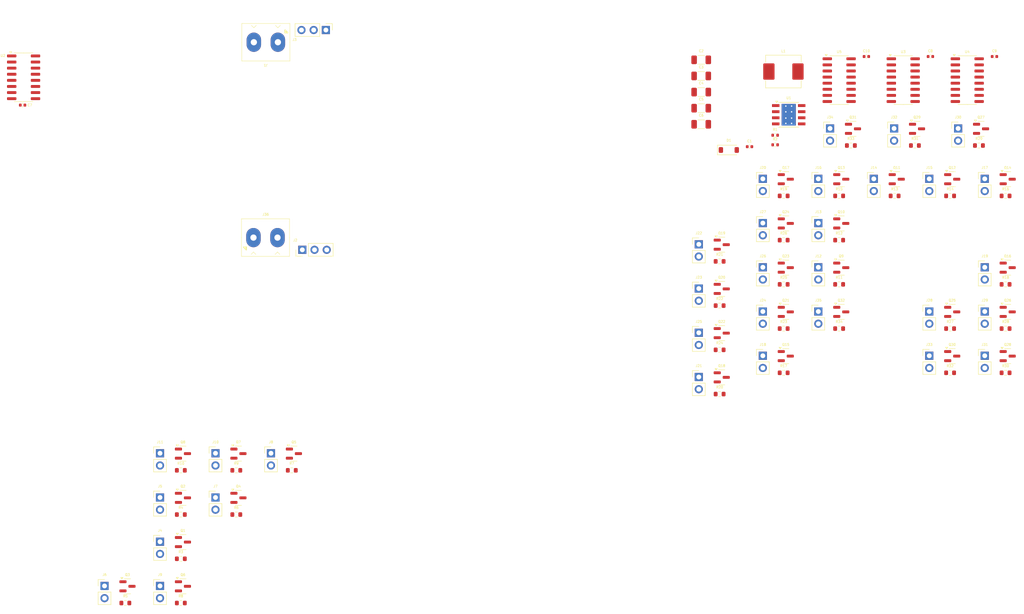
<source format=kicad_pcb>
(kicad_pcb (version 20240108) (generator "pcbnew") (generator_version "8.0")
  (layers (0 "F.Cu" signal) (31 "B.Cu" signal) (34 "B.Paste" user) (35 "F.Paste" user) (36 "B.SilkS" user "B.Silkscreen") (37 "F.SilkS" user "F.Silkscreen") (38 "B.Mask" user) (39 "F.Mask" user) (44 "Edge.Cuts" user))
  (net 0 "")
  (net 1 "Net-(D1-K)")
  (net 2 "/BT")
  (net 3 "+12V")
  (net 4 "GND")
  (net 5 "+5V")
  (net 6 "/LOAD")
  (net 7 "/CLK")
  (net 8 "/DIN")
  (net 9 "/DOUT")
  (net 10 "Net-(J4-Pin_2)")
  (net 11 "Net-(J4-Pin_1)")
  (net 12 "Net-(J5-Pin_2)")
  (net 13 "Net-(J5-Pin_1)")
  (net 14 "Net-(J6-Pin_2)")
  (net 15 "Net-(J6-Pin_1)")
  (net 16 "Net-(J7-Pin_2)")
  (net 17 "Net-(J7-Pin_1)")
  (net 18 "Net-(J8-Pin_2)")
  (net 19 "Net-(J8-Pin_1)")
  (net 20 "Net-(J9-Pin_1)")
  (net 21 "Net-(J9-Pin_2)")
  (net 22 "Net-(J10-Pin_2)")
  (net 23 "Net-(J10-Pin_1)")
  (net 24 "Net-(J11-Pin_1)")
  (net 25 "Net-(J11-Pin_2)")
  (net 26 "Net-(J12-Pin_1)")
  (net 27 "Net-(J12-Pin_2)")
  (net 28 "Net-(J13-Pin_2)")
  (net 29 "Net-(J13-Pin_1)")
  (net 30 "Net-(J14-Pin_2)")
  (net 31 "Net-(J14-Pin_1)")
  (net 32 "Net-(J15-Pin_2)")
  (net 33 "Net-(J15-Pin_1)")
  (net 34 "Net-(J16-Pin_1)")
  (net 35 "Net-(J16-Pin_2)")
  (net 36 "Net-(J17-Pin_1)")
  (net 37 "Net-(J17-Pin_2)")
  (net 38 "Net-(J18-Pin_2)")
  (net 39 "Net-(J18-Pin_1)")
  (net 40 "Net-(J19-Pin_1)")
  (net 41 "Net-(J19-Pin_2)")
  (net 42 "Net-(J20-Pin_1)")
  (net 43 "Net-(J20-Pin_2)")
  (net 44 "Net-(J21-Pin_2)")
  (net 45 "Net-(J21-Pin_1)")
  (net 46 "Net-(J22-Pin_2)")
  (net 47 "Net-(J22-Pin_1)")
  (net 48 "Net-(J23-Pin_1)")
  (net 49 "Net-(J23-Pin_2)")
  (net 50 "Net-(J24-Pin_2)")
  (net 51 "Net-(J24-Pin_1)")
  (net 52 "Net-(J25-Pin_2)")
  (net 53 "Net-(J25-Pin_1)")
  (net 54 "Net-(J26-Pin_1)")
  (net 55 "Net-(J26-Pin_2)")
  (net 56 "Net-(J27-Pin_1)")
  (net 57 "Net-(J27-Pin_2)")
  (net 58 "Net-(J28-Pin_2)")
  (net 59 "Net-(J28-Pin_1)")
  (net 60 "Net-(J29-Pin_1)")
  (net 61 "Net-(J29-Pin_2)")
  (net 62 "Net-(J30-Pin_1)")
  (net 63 "Net-(J30-Pin_2)")
  (net 64 "Net-(J31-Pin_2)")
  (net 65 "Net-(J31-Pin_1)")
  (net 66 "Net-(J32-Pin_2)")
  (net 67 "Net-(J32-Pin_1)")
  (net 68 "Net-(J33-Pin_2)")
  (net 69 "Net-(J33-Pin_1)")
  (net 70 "Net-(J34-Pin_2)")
  (net 71 "Net-(J34-Pin_1)")
  (net 72 "Net-(J35-Pin_1)")
  (net 73 "Net-(J35-Pin_2)")
  (net 74 "/Register1/SIG1")
  (net 75 "/Register1/SIG2")
  (net 76 "/Register1/SIG3")
  (net 77 "/Register1/SIG4")
  (net 78 "/Register1/SIG5")
  (net 79 "/Register1/SIG6")
  (net 80 "/Register1/SIG7")
  (net 81 "/Register1/SIG8")
  (net 82 "/Register2/SIG8")
  (net 83 "/Register2/SIG7")
  (net 84 "/Register2/SIG1")
  (net 85 "/Register2/SIG2")
  (net 86 "/Register2/SIG6")
  (net 87 "/Register2/SIG5")
  (net 88 "/Register2/SIG4")
  (net 89 "/Register2/SIG3")
  (net 90 "/Register3/SIG8")
  (net 91 "/Register3/SIG7")
  (net 92 "/Register3/SIG1")
  (net 93 "/Register3/SIG2")
  (net 94 "/Register3/SIG6")
  (net 95 "/Register3/SIG5")
  (net 96 "/Register3/SIG4")
  (net 97 "/Register3/SIG3")
  (net 98 "/Register4/SIG8")
  (net 99 "/Register4/SIG7")
  (net 100 "/Register4/SIG1")
  (net 101 "/Register4/SIG2")
  (net 102 "/Register4/SIG6")
  (net 103 "/Register4/SIG5")
  (net 104 "/Register4/SIG4")
  (net 105 "/Register4/SIG3")
  (net 106 "/VSNS")
  (net 110 "/DST1")
  (net 111 "/DST2")
  (net 112 "/DST3")
  (footprint "Connector_PinHeader_2.54mm:PinHeader_1x02_P2.54mm_Vertical" (layer "F.Cu") (at 171.376 130.596)
    (property "Reference" "J21" (at 0 -2.33 0) (layer "F.SilkS") (effects (font (size 0.5 0.5) (thickness 0.1))))
    (property "Value" "Conn_01x02_Socket")
    (pad "1" thru_hole rect (at 0 0) (size 1.7 1.7) (drill 1) (layers "*.Cu" "*.Mask") (net 45 "Net-(J21-Pin_1)"))
    (pad "2" thru_hole oval (at 0 2.54) (size 1.7 1.7) (drill 1) (layers "*.Cu" "*.Mask") (net 44 "Net-(J21-Pin_2)"))
  )
  (footprint "Package_SO:SOIC-16_3.9x9.9mm_P1.27mm" (layer "F.Cu") (at 227.216 68.846)
    (property "Reference" "U4" (at 0 -5.9 0) (layer "F.SilkS") (effects (font (size 0.5 0.5) (thickness 0.1))))
    (property "Value" "74HC595")
    (pad "1" smd roundrect (at -2.475 -4.445) (size 1.95 0.6) (layers "F.Cu" "F.Paste" "F.Mask") (net 93 "/Register3/SIG2"))
    (pad "2" smd roundrect (at -2.475 -3.175) (size 1.95 0.6) (layers "F.Cu" "F.Paste" "F.Mask") (net 97 "/Register3/SIG3"))
    (pad "3" smd roundrect (at -2.475 -1.905) (size 1.95 0.6) (layers "F.Cu" "F.Paste" "F.Mask") (net 96 "/Register3/SIG4"))
    (pad "4" smd roundrect (at -2.475 -0.635) (size 1.95 0.6) (layers "F.Cu" "F.Paste" "F.Mask") (net 95 "/Register3/SIG5"))
    (pad "5" smd roundrect (at -2.475 0.635) (size 1.95 0.6) (layers "F.Cu" "F.Paste" "F.Mask") (net 94 "/Register3/SIG6"))
    (pad "6" smd roundrect (at -2.475 1.905) (size 1.95 0.6) (layers "F.Cu" "F.Paste" "F.Mask") (net 91 "/Register3/SIG7"))
    (pad "7" smd roundrect (at -2.475 3.175) (size 1.95 0.6) (layers "F.Cu" "F.Paste" "F.Mask") (net 90 "/Register3/SIG8"))
    (pad "8" smd roundrect (at -2.475 4.445) (size 1.95 0.6) (layers "F.Cu" "F.Paste" "F.Mask") (net 4 "GND"))
    (pad "9" smd roundrect (at 2.475 4.445) (size 1.95 0.6) (layers "F.Cu" "F.Paste" "F.Mask") (net 112 "/DST3"))
    (pad "10" smd roundrect (at 2.475 3.175) (size 1.95 0.6) (layers "F.Cu" "F.Paste" "F.Mask") (net 5 "+5V"))
    (pad "11" smd roundrect (at 2.475 1.905) (size 1.95 0.6) (layers "F.Cu" "F.Paste" "F.Mask") (net 7 "/CLK"))
    (pad "12" smd roundrect (at 2.475 0.635) (size 1.95 0.6) (layers "F.Cu" "F.Paste" "F.Mask") (net 6 "/LOAD"))
    (pad "13" smd roundrect (at 2.475 -0.635) (size 1.95 0.6) (layers "F.Cu" "F.Paste" "F.Mask") (net 4 "GND"))
    (pad "14" smd roundrect (at 2.475 -1.905) (size 1.95 0.6) (layers "F.Cu" "F.Paste" "F.Mask") (net 111 "/DST2"))
    (pad "15" smd roundrect (at 2.475 -3.175) (size 1.95 0.6) (layers "F.Cu" "F.Paste" "F.Mask") (net 92 "/Register3/SIG1"))
    (pad "16" smd roundrect (at 2.475 -4.445) (size 1.95 0.6) (layers "F.Cu" "F.Paste" "F.Mask") (net 5 "+5V"))
  )
  (footprint "Resistor_SMD:R_0603_1608Metric" (layer "F.Cu") (at 200.566 111.326)
    (property "Reference" "R11" (at 0 -1.43 0) (layer "F.SilkS") (effects (font (size 0.5 0.5) (thickness 0.1))))
    (property "Value" "220")
    (pad "1" smd roundrect (at -0.825 0) (size 0.8 0.95) (layers "F.Cu" "F.Paste" "F.Mask") (net 5 "+5V"))
    (pad "2" smd roundrect (at 0.825 0) (size 0.8 0.95) (layers "F.Cu" "F.Paste" "F.Mask") (net 26 "Net-(J12-Pin_1)"))
  )
  (footprint "Resistor_SMD:R_0603_1608Metric" (layer "F.Cu") (at 63.63 159.21)
    (property "Reference" "R4" (at 0 -1.43 0) (layer "F.SilkS") (effects (font (size 0.5 0.5) (thickness 0.1))))
    (property "Value" "220")
    (pad "1" smd roundrect (at -0.825 0) (size 0.8 0.95) (layers "F.Cu" "F.Paste" "F.Mask") (net 5 "+5V"))
    (pad "2" smd roundrect (at 0.825 0) (size 0.8 0.95) (layers "F.Cu" "F.Paste" "F.Mask") (net 13 "Net-(J5-Pin_1)"))
  )
  (footprint "Connector_PinHeader_2.54mm:PinHeader_1x02_P2.54mm_Vertical" (layer "F.Cu") (at 184.696 126.176)
    (property "Reference" "J18" (at 0 -2.33 0) (layer "F.SilkS") (effects (font (size 0.5 0.5) (thickness 0.1))))
    (property "Value" "Conn_01x02_Socket")
    (pad "1" thru_hole rect (at 0 0) (size 1.7 1.7) (drill 1) (layers "*.Cu" "*.Mask") (net 39 "Net-(J18-Pin_1)"))
    (pad "2" thru_hole oval (at 0 2.54) (size 1.7 1.7) (drill 1) (layers "*.Cu" "*.Mask") (net 38 "Net-(J18-Pin_2)"))
  )
  (footprint "Capacitor_SMD:C_0402_1005Metric" (layer "F.Cu") (at 219.556 63.936)
    (property "Reference" "C8" (at 0 -1.16 0) (layer "F.SilkS") (effects (font (size 0.5 0.5) (thickness 0.1))))
    (property "Value" "100n")
    (pad "1" smd roundrect (at -0.48 0) (size 0.56 0.62) (layers "F.Cu" "F.Paste" "F.Mask") (net 5 "+5V"))
    (pad "2" smd roundrect (at 0.48 0) (size 0.56 0.62) (layers "F.Cu" "F.Paste" "F.Mask") (net 4 "GND"))
  )
  (footprint "Connector_PinHeader_2.54mm:PinHeader_1x03_P2.54mm_Vertical" (layer "F.Cu") (at 88.9 104.14 90)
    (property "Reference" "J2" (at 2 -1.475 180) (layer "F.SilkS") (effects (font (size 0.5 0.5) (thickness 0.1))))
    (property "Value" "Conn_01x03_Pin")
    (pad "1" thru_hole rect (at 0 0 90) (size 1.7 1.7) (drill 1) (layers "*.Cu" "*.Mask") (net 8 "/DIN"))
    (pad "2" thru_hole oval (at 0 2.54 90) (size 1.7 1.7) (drill 1) (layers "*.Cu" "*.Mask") (net 7 "/CLK"))
    (pad "3" thru_hole oval (at 0 5.079999 90) (size 1.7 1.7) (drill 1) (layers "*.Cu" "*.Mask") (net 6 "/LOAD"))
  )
  (footprint "Resistor_SMD:R_0603_1608Metric" (layer "F.Cu") (at 223.646 129.726)
    (property "Reference" "R32" (at 0 -1.43 0) (layer "F.SilkS") (effects (font (size 0.5 0.5) (thickness 0.1))))
    (property "Value" "220")
    (pad "1" smd roundrect (at -0.825 0) (size 0.8 0.95) (layers "F.Cu" "F.Paste" "F.Mask") (net 5 "+5V"))
    (pad "2" smd roundrect (at 0.825 0) (size 0.8 0.95) (layers "F.Cu" "F.Paste" "F.Mask") (net 69 "Net-(J33-Pin_1)"))
  )
  (footprint "Resistor_SMD:R_0603_1608Metric" (layer "F.Cu") (at 223.646 120.526)
    (property "Reference" "R27" (at 0 -1.43 0) (layer "F.SilkS") (effects (font (size 0.5 0.5) (thickness 0.1))))
    (property "Value" "220")
    (pad "1" smd roundrect (at -0.825 0) (size 0.8 0.95) (layers "F.Cu" "F.Paste" "F.Mask") (net 5 "+5V"))
    (pad "2" smd roundrect (at 0.825 0) (size 0.8 0.95) (layers "F.Cu" "F.Paste" "F.Mask") (net 59 "Net-(J28-Pin_1)"))
  )
  (footprint "Package_TO_SOT_SMD:SOT-23" (layer "F.Cu") (at 64.07 174.135)
    (property "Reference" "Q6" (at 0 -2.4 0) (layer "F.SilkS") (effects (font (size 0.5 0.5) (thickness 0.1))))
    (property "Value" "AO3400A")
    (pad "1" smd roundrect (at -0.9375 -0.95) (size 1.475 0.6) (layers "F.Cu" "F.Paste" "F.Mask") (net 79 "/Register1/SIG6"))
    (pad "2" smd roundrect (at -0.9375 0.95) (size 1.475 0.6) (layers "F.Cu" "F.Paste" "F.Mask") (net 4 "GND"))
    (pad "3" smd roundrect (at 0.9375 0) (size 1.475 0.6) (layers "F.Cu" "F.Paste" "F.Mask") (net 21 "Net-(J9-Pin_2)"))
  )
  (footprint "Connector_PinHeader_2.54mm:PinHeader_1x02_P2.54mm_Vertical" (layer "F.Cu") (at 211.996 78.896)
    (property "Reference" "J32" (at 0 -2.33 0) (layer "F.SilkS") (effects (font (size 0.5 0.5) (thickness 0.1))))
    (property "Value" "Conn_01x02_Socket")
    (pad "1" thru_hole rect (at 0 0) (size 1.7 1.7) (drill 1) (layers "*.Cu" "*.Mask") (net 67 "Net-(J32-Pin_1)"))
    (pad "2" thru_hole oval (at 0 2.54) (size 1.7 1.7) (drill 1) (layers "*.Cu" "*.Mask") (net 66 "Net-(J32-Pin_2)"))
  )
  (footprint "Resistor_SMD:R_0603_1608Metric" (layer "F.Cu") (at 86.71 150.01)
    (property "Reference" "R7" (at 0 -1.43 0) (layer "F.SilkS") (effects (font (size 0.5 0.5) (thickness 0.1))))
    (property "Value" "220")
    (pad "1" smd roundrect (at -0.825 0) (size 0.8 0.95) (layers "F.Cu" "F.Paste" "F.Mask") (net 5 "+5V"))
    (pad "2" smd roundrect (at 0.825 0) (size 0.8 0.95) (layers "F.Cu" "F.Paste" "F.Mask") (net 19 "Net-(J8-Pin_1)"))
  )
  (footprint "Connector_PinHeader_2.54mm:PinHeader_1x02_P2.54mm_Vertical" (layer "F.Cu") (at 70.84 155.66)
    (property "Reference" "J7" (at 0 -2.33 0) (layer "F.SilkS") (effects (font (size 0.5 0.5) (thickness 0.1))))
    (property "Value" "Conn_01x02_Socket")
    (pad "1" thru_hole rect (at 0 0) (size 1.7 1.7) (drill 1) (layers "*.Cu" "*.Mask") (net 17 "Net-(J7-Pin_1)"))
    (pad "2" thru_hole oval (at 0 2.54) (size 1.7 1.7) (drill 1) (layers "*.Cu" "*.Mask") (net 16 "Net-(J7-Pin_2)"))
  )
  (footprint "Resistor_SMD:R_0603_1608Metric" (layer "F.Cu") (at 175.706 124.946)
    (property "Reference" "R24" (at 0 -1.43 0) (layer "F.SilkS") (effects (font (size 0.5 0.5) (thickness 0.1))))
    (property "Value" "220")
    (pad "1" smd roundrect (at -0.825 0) (size 0.8 0.95) (layers "F.Cu" "F.Paste" "F.Mask") (net 5 "+5V"))
    (pad "2" smd roundrect (at 0.825 0) (size 0.8 0.95) (layers "F.Cu" "F.Paste" "F.Mask") (net 53 "Net-(J25-Pin_1)"))
  )
  (footprint "Package_TO_SOT_SMD:SOT-23" (layer "F.Cu") (at 189.466 89.451)
    (property "Reference" "Q17" (at 0 -2.4 0) (layer "F.SilkS") (effects (font (size 0.5 0.5) (thickness 0.1))))
    (property "Value" "AO3400A")
    (pad "1" smd roundrect (at -0.9375 -0.95) (size 1.475 0.6) (layers "F.Cu" "F.Paste" "F.Mask") (net 90 "/Register3/SIG8"))
    (pad "2" smd roundrect (at -0.9375 0.95) (size 1.475 0.6) (layers "F.Cu" "F.Paste" "F.Mask") (net 4 "GND"))
    (pad "3" smd roundrect (at 0.9375 0) (size 1.475 0.6) (layers "F.Cu" "F.Paste" "F.Mask") (net 43 "Net-(J20-Pin_2)"))
  )
  (footprint "Package_SO:SOIC-16_3.9x9.9mm_P1.27mm" (layer "F.Cu") (at 213.896 68.846)
    (property "Reference" "U3" (at 0 -5.9 0) (layer "F.SilkS") (effects (font (size 0.5 0.5) (thickness 0.1))))
    (property "Value" "74HC595")
    (pad "1" smd roundrect (at -2.475 -4.445) (size 1.95 0.6) (layers "F.Cu" "F.Paste" "F.Mask") (net 85 "/Register2/SIG2"))
    (pad "2" smd roundrect (at -2.475 -3.175) (size 1.95 0.6) (layers "F.Cu" "F.Paste" "F.Mask") (net 89 "/Register2/SIG3"))
    (pad "3" smd roundrect (at -2.475 -1.905) (size 1.95 0.6) (layers "F.Cu" "F.Paste" "F.Mask") (net 88 "/Register2/SIG4"))
    (pad "4" smd roundrect (at -2.475 -0.635) (size 1.95 0.6) (layers "F.Cu" "F.Paste" "F.Mask") (net 87 "/Register2/SIG5"))
    (pad "5" smd roundrect (at -2.475 0.635) (size 1.95 0.6) (layers "F.Cu" "F.Paste" "F.Mask") (net 86 "/Register2/SIG6"))
    (pad "6" smd roundrect (at -2.475 1.905) (size 1.95 0.6) (layers "F.Cu" "F.Paste" "F.Mask") (net 83 "/Register2/SIG7"))
    (pad "7" smd roundrect (at -2.475 3.175) (size 1.95 0.6) (layers "F.Cu" "F.Paste" "F.Mask") (net 82 "/Register2/SIG8"))
    (pad "8" smd roundrect (at -2.475 4.445) (size 1.95 0.6) (layers "F.Cu" "F.Paste" "F.Mask") (net 4 "GND"))
    (pad "9" smd roundrect (at 2.475 4.445) (size 1.95 0.6) (layers "F.Cu" "F.Paste" "F.Mask") (net 111 "/DST2"))
    (pad "10" smd roundrect (at 2.475 3.175) (size 1.95 0.6) (layers "F.Cu" "F.Paste" "F.Mask") (net 5 "+5V"))
    (pad "11" smd roundrect (at 2.475 1.905) (size 1.95 0.6) (layers "F.Cu" "F.Paste" "F.Mask") (net 7 "/CLK"))
    (pad "12" smd roundrect (at 2.475 0.635) (size 1.95 0.6) (layers "F.Cu" "F.Paste" "F.Mask") (net 6 "/LOAD"))
    (pad "13" smd roundrect (at 2.475 -0.635) (size 1.95 0.6) (layers "F.Cu" "F.Paste" "F.Mask") (net 4 "GND"))
    (pad "14" smd roundrect (at 2.475 -1.905) (size 1.95 0.6) (layers "F.Cu" "F.Paste" "F.Mask") (net 110 "/DST1"))
    (pad "15" smd roundrect (at 2.475 -3.175) (size 1.95 0.6) (layers "F.Cu" "F.Paste" "F.Mask") (net 84 "/Register2/SIG1"))
    (pad "16" smd roundrect (at 2.475 -4.445) (size 1.95 0.6) (layers "F.Cu" "F.Paste" "F.Mask") (net 5 "+5V"))
  )
  (footprint "Resistor_SMD:R_0603_1608Metric" (layer "F.Cu") (at 212.106 92.926)
    (property "Reference" "R13" (at 0 -1.43 0) (layer "F.SilkS") (effects (font (size 0.5 0.5) (thickness 0.1))))
    (property "Value" "220")
    (pad "1" smd roundrect (at -0.825 0) (size 0.8 0.95) (layers "F.Cu" "F.Paste" "F.Mask") (net 5 "+5V"))
    (pad "2" smd roundrect (at 0.825 0) (size 0.8 0.95) (layers "F.Cu" "F.Paste" "F.Mask") (net 31 "Net-(J14-Pin_1)"))
  )
  (footprint "Resistor_SMD:R_0603_1608Metric" (layer "F.Cu") (at 189.026 102.126)
    (property "Reference" "R26" (at 0 -1.43 0) (layer "F.SilkS") (effects (font (size 0.5 0.5) (thickness 0.1))))
    (property "Value" "220")
    (pad "1" smd roundrect (at -0.825 0) (size 0.8 0.95) (layers "F.Cu" "F.Paste" "F.Mask") (net 5 "+5V"))
    (pad "2" smd roundrect (at 0.825 0) (size 0.8 0.95) (layers "F.Cu" "F.Paste" "F.Mask") (net 56 "Net-(J27-Pin_1)"))
  )
  (footprint "Package_TO_SOT_SMD:SOT-23" (layer "F.Cu") (at 64.07 155.735)
    (property "Reference" "Q2" (at 0 -2.4 0) (layer "F.SilkS") (effects (font (size 0.5 0.5) (thickness 0.1))))
    (property "Value" "AO3400A")
    (pad "1" smd roundrect (at -0.9375 -0.95) (size 1.475 0.6) (layers "F.Cu" "F.Paste" "F.Mask") (net 75 "/Register1/SIG2"))
    (pad "2" smd roundrect (at -0.9375 0.95) (size 1.475 0.6) (layers "F.Cu" "F.Paste" "F.Mask") (net 4 "GND"))
    (pad "3" smd roundrect (at 0.9375 0) (size 1.475 0.6) (layers "F.Cu" "F.Paste" "F.Mask") (net 12 "Net-(J5-Pin_2)"))
  )
  (footprint "Package_TO_SOT_SMD:SOT-23" (layer "F.Cu") (at 64.07 146.535)
    (property "Reference" "Q8" (at 0 -2.4 0) (layer "F.SilkS") (effects (font (size 0.5 0.5) (thickness 0.1))))
    (property "Value" "AO3400A")
    (pad "1" smd roundrect (at -0.9375 -0.95) (size 1.475 0.6) (layers "F.Cu" "F.Paste" "F.Mask") (net 81 "/Register1/SIG8"))
    (pad "2" smd roundrect (at -0.9375 0.95) (size 1.475 0.6) (layers "F.Cu" "F.Paste" "F.Mask") (net 4 "GND"))
    (pad "3" smd roundrect (at 0.9375 0) (size 1.475 0.6) (layers "F.Cu" "F.Paste" "F.Mask") (net 25 "Net-(J11-Pin_2)"))
  )
  (footprint "Package_TO_SOT_SMD:SOT-23" (layer "F.Cu") (at 224.086 89.451)
    (property "Reference" "Q12" (at 0 -2.4 0) (layer "F.SilkS") (effects (font (size 0.5 0.5) (thickness 0.1))))
    (property "Value" "AO3400A")
    (pad "1" smd roundrect (at -0.9375 -0.95) (size 1.475 0.6) (layers "F.Cu" "F.Paste" "F.Mask") (net 85 "/Register2/SIG2"))
    (pad "2" smd roundrect (at -0.9375 0.95) (size 1.475 0.6) (layers "F.Cu" "F.Paste" "F.Mask") (net 4 "GND"))
    (pad "3" smd roundrect (at 0.9375 0) (size 1.475 0.6) (layers "F.Cu" "F.Paste" "F.Mask") (net 32 "Net-(J15-Pin_2)"))
  )
  (footprint "Capacitor_SMD:C_0402_1005Metric" (layer "F.Cu") (at 206.236 63.936)
    (property "Reference" "C10" (at 0 -1.16 0) (layer "F.SilkS") (effects (font (size 0.5 0.5) (thickness 0.1))))
    (property "Value" "100n")
    (pad "1" smd roundrect (at -0.48 0) (size 0.56 0.62) (layers "F.Cu" "F.Paste" "F.Mask") (net 5 "+5V"))
    (pad "2" smd roundrect (at 0.48 0) (size 0.56 0.62) (layers "F.Cu" "F.Paste" "F.Mask") (net 4 "GND"))
  )
  (footprint "Diode_SMD:D_SOD-123" (layer "F.Cu") (at 177.621 83.376)
    (property "Reference" "D1" (at 0 -2 0) (layer "F.SilkS") (effects (font (size 0.5 0.5) (thickness 0.1))))
    (property "Value" "B5819W")
    (pad "1" smd roundrect (at -1.65 0) (size 0.9 1.2) (layers "F.Cu" "F.Paste" "F.Mask") (net 1 "Net-(D1-K)"))
    (pad "2" smd roundrect (at 1.65 0) (size 0.9 1.2) (layers "F.Cu" "F.Paste" "F.Mask") (net 4 "GND"))
  )
  (footprint "Resistor_SMD:R_0603_1608Metric" (layer "F.Cu") (at 235.186 129.726)
    (property "Reference" "R30" (at 0 -1.43 0) (layer "F.SilkS") (effects (font (size 0.5 0.5) (thickness 0.1))))
    (property "Value" "220")
    (pad "1" smd roundrect (at -0.825 0) (size 0.8 0.95) (layers "F.Cu" "F.Paste" "F.Mask") (net 5 "+5V"))
    (pad "2" smd roundrect (at 0.825 0) (size 0.8 0.95) (layers "F.Cu" "F.Paste" "F.Mask") (net 65 "Net-(J31-Pin_1)"))
  )
  (footprint "Resistor_SMD:R_0603_1608Metric" (layer "F.Cu") (at 63.63 150.01)
    (property "Reference" "R10" (at 0 -1.43 0) (layer "F.SilkS") (effects (font (size 0.5 0.5) (thickness 0.1))))
    (property "Value" "220")
    (pad "1" smd roundrect (at -0.825 0) (size 0.8 0.95) (layers "F.Cu" "F.Paste" "F.Mask") (net 5 "+5V"))
    (pad "2" smd roundrect (at 0.825 0) (size 0.8 0.95) (layers "F.Cu" "F.Paste" "F.Mask") (net 24 "Net-(J11-Pin_1)"))
  )
  (footprint "Connector_PinHeader_2.54mm:PinHeader_1x02_P2.54mm_Vertical" (layer "F.Cu") (at 59.3 174.06)
    (property "Reference" "J9" (at 0 -2.33 0) (layer "F.SilkS") (effects (font (size 0.5 0.5) (thickness 0.1))))
    (property "Value" "Conn_01x02_Socket")
    (pad "1" thru_hole rect (at 0 0) (size 1.7 1.7) (drill 1) (layers "*.Cu" "*.Mask") (net 20 "Net-(J9-Pin_1)"))
    (pad "2" thru_hole oval (at 0 2.54) (size 1.7 1.7) (drill 1) (layers "*.Cu" "*.Mask") (net 21 "Net-(J9-Pin_2)"))
  )
  (footprint "Connector_PinHeader_2.54mm:PinHeader_1x02_P2.54mm_Vertical" (layer "F.Cu") (at 184.696 116.976)
    (property "Reference" "J24" (at 0 -2.33 0) (layer "F.SilkS") (effects (font (size 0.5 0.5) (thickness 0.1))))
    (property "Value" "Conn_01x02_Socket")
    (pad "1" thru_hole rect (at 0 0) (size 1.7 1.7) (drill 1) (layers "*.Cu" "*.Mask") (net 51 "Net-(J24-Pin_1)"))
    (pad "2" thru_hole oval (at 0 2.54) (size 1.7 1.7) (drill 1) (layers "*.Cu" "*.Mask") (net 50 "Net-(J24-Pin_2)"))
  )
  (footprint "Package_TO_SOT_SMD:SOT-23" (layer "F.Cu") (at 189.466 117.051)
    (property "Reference" "Q21" (at 0 -2.4 0) (layer "F.SilkS") (effects (font (size 0.5 0.5) (thickness 0.1))))
    (property "Value" "AO3400A")
    (pad "1" smd roundrect (at -0.9375 -0.95) (size 1.475 0.6) (layers "F.Cu" "F.Paste" "F.Mask") (net 94 "/Register3/SIG6"))
    (pad "2" smd roundrect (at -0.9375 0.95) (size 1.475 0.6) (layers "F.Cu" "F.Paste" "F.Mask") (net 4 "GND"))
    (pad "3" smd roundrect (at 0.9375 0) (size 1.475 0.6) (layers "F.Cu" "F.Paste" "F.Mask") (net 50 "Net-(J24-Pin_2)"))
  )
  (footprint "Package_TO_SOT_SMD:SOT-23" (layer "F.Cu") (at 176.146 121.471)
    (property "Reference" "Q22" (at 0 -2.4 0) (layer "F.SilkS") (effects (font (size 0.5 0.5) (thickness 0.1))))
    (property "Value" "AO3400A")
    (pad "1" smd roundrect (at -0.9375 -0.95) (size 1.475 0.6) (layers "F.Cu" "F.Paste" "F.Mask") (net 95 "/Register3/SIG5"))
    (pad "2" smd roundrect (at -0.9375 0.95) (size 1.475 0.6) (layers "F.Cu" "F.Paste" "F.Mask") (net 4 "GND"))
    (pad "3" smd roundrect (at 0.9375 0) (size 1.475 0.6) (layers "F.Cu" "F.Paste" "F.Mask") (net 52 "Net-(J25-Pin_2)"))
  )
  (footprint "Package_TO_SOT_SMD:SOT-23" (layer "F.Cu") (at 75.61 146.535)
    (property "Reference" "Q7" (at 0 -2.4 0) (layer "F.SilkS") (effects (font (size 0.5 0.5) (thickness 0.1))))
    (property "Value" "AO3400A")
    (pad "1" smd roundrect (at -0.9375 -0.95) (size 1.475 0.6) (layers "F.Cu" "F.Paste" "F.Mask") (net 80 "/Register1/SIG7"))
    (pad "2" smd roundrect (at -0.9375 0.95) (size 1.475 0.6) (layers "F.Cu" "F.Paste" "F.Mask") (net 4 "GND"))
    (pad "3" smd roundrect (at 0.9375 0) (size 1.475 0.6) (layers "F.Cu" "F.Paste" "F.Mask") (net 22 "Net-(J10-Pin_2)"))
  )
  (footprint "Resistor_SMD:R_0603_1608Metric" (layer "F.Cu") (at 235.186 111.326)
    (property "Reference" "R18" (at 0 -1.43 0) (layer "F.SilkS") (effects (font (size 0.5 0.5) (thickness 0.1))))
    (property "Value" "220")
    (pad "1" smd roundrect (at -0.825 0) (size 0.8 0.95) (layers "F.Cu" "F.Paste" "F.Mask") (net 5 "+5V"))
    (pad "2" smd roundrect (at 0.825 0) (size 0.8 0.95) (layers "F.Cu" "F.Paste" "F.Mask") (net 40 "Net-(J19-Pin_1)"))
  )
  (footprint "Package_TO_SOT_SMD:SOT-23" (layer "F.Cu") (at 224.086 126.251)
    (property "Reference" "Q30" (at 0 -2.4 0) (layer "F.SilkS") (effects (font (size 0.5 0.5) (thickness 0.1))))
    (property "Value" "AO3400A")
    (pad "1" smd roundrect (at -0.9375 -0.95) (size 1.475 0.6) (layers "F.Cu" "F.Paste" "F.Mask") (net 103 "/Register4/SIG5"))
    (pad "2" smd roundrect (at -0.9375 0.95) (size 1.475 0.6) (layers "F.Cu" "F.Paste" "F.Mask") (net 4 "GND"))
    (pad "3" smd roundrect (at 0.9375 0) (size 1.475 0.6) (layers "F.Cu" "F.Paste" "F.Mask") (net 68 "Net-(J33-Pin_2)"))
  )
  (footprint "Connector_PinHeader_2.54mm:PinHeader_1x02_P2.54mm_Vertical" (layer "F.Cu") (at 198.676 78.896)
    (property "Reference" "J34" (at 0 -2.33 0) (layer "F.SilkS") (effects (font (size 0.5 0.5) (thickness 0.1))))
    (property "Value" "Conn_01x02_Socket")
    (pad "1" thru_hole rect (at 0 0) (size 1.7 1.7) (drill 1) (layers "*.Cu" "*.Mask") (net 71 "Net-(J34-Pin_1)"))
    (pad "2" thru_hole oval (at 0 2.54) (size 1.7 1.7) (drill 1) (layers "*.Cu" "*.Mask") (net 70 "Net-(J34-Pin_2)"))
  )
  (footprint "Connector_PinHeader_2.54mm:PinHeader_1x02_P2.54mm_Vertical" (layer "F.Cu") (at 59.3 164.86)
    (property "Reference" "J4" (at 0 -2.33 0) (layer "F.SilkS") (effects (font (size 0.5 0.5) (thickness 0.1))))
    (property "Value" "Conn_01x02_Socket")
    (pad "1" thru_hole rect (at 0 0) (size 1.7 1.7) (drill 1) (layers "*.Cu" "*.Mask") (net 11 "Net-(J4-Pin_1)"))
    (pad "2" thru_hole oval (at 0 2.54) (size 1.7 1.7) (drill 1) (layers "*.Cu" "*.Mask") (net 10 "Net-(J4-Pin_2)"))
  )
  (footprint "Resistor_SMD:R_0603_1608Metric" (layer "F.Cu") (at 175.706 106.546)
    (property "Reference" "R21" (at 0 -1.43 0) (layer "F.SilkS") (effects (font (size 0.5 0.5) (thickness 0.1))))
    (property "Value" "220")
    (pad "1" smd roundrect (at -0.825 0) (size 0.8 0.95) (layers "F.Cu" "F.Paste" "F.Mask") (net 5 "+5V"))
    (pad "2" smd roundrect (at 0.825 0) (size 0.8 0.95) (layers "F.Cu" "F.Paste" "F.Mask") (net 47 "Net-(J22-Pin_1)"))
  )
  (footprint "Connector_PinHeader_2.54mm:PinHeader_1x02_P2.54mm_Vertical" (layer "F.Cu") (at 219.316 116.976)
    (property "Reference" "J28" (at 0 -2.33 0) (layer "F.SilkS") (effects (font (size 0.5 0.5) (thickness 0.1))))
    (property "Value" "Conn_01x02_Socket")
    (pad "1" thru_hole rect (at 0 0) (size 1.7 1.7) (drill 1) (layers "*.Cu" "*.Mask") (net 59 "Net-(J28-Pin_1)"))
    (pad "2" thru_hole oval (at 0 2.54) (size 1.7 1.7) (drill 1) (layers "*.Cu" "*.Mask") (net 58 "Net-(J28-Pin_2)"))
  )
  (footprint "Connector_PinHeader_2.54mm:PinHeader_1x02_P2.54mm_Vertical" (layer "F.Cu") (at 47.76 174.06)
    (property "Reference" "J6" (at 0 -2.33 0) (layer "F.SilkS") (effects (font (size 0.5 0.5) (thickness 0.1))))
    (property "Value" "Conn_01x02_Socket")
    (pad "1" thru_hole rect (at 0 0) (size 1.7 1.7) (drill 1) (layers "*.Cu" "*.Mask") (net 15 "Net-(J6-Pin_1)"))
    (pad "2" thru_hole oval (at 0 2.54) (size 1.7 1.7) (drill 1) (layers "*.Cu" "*.Mask") (net 14 "Net-(J6-Pin_2)"))
  )
  (footprint "Inductor_SMD:L_Abracon_ASPI-0630LR" (layer "F.Cu") (at 188.976 67.056)
    (property "Reference" "L1" (at 0 -4.25 0) (layer "F.SilkS") (effects (font (size 0.5 0.5) (thickness 0.1))))
    (property "Value" "15u")
    (pad "1" smd roundrect (at -3.025 0) (size 2.35 3.4) (layers "F.Cu" "F.Paste" "F.Mask") (roundrect_rratio 0.1) (net 1 "Net-(D1-K)"))
    (pad "2" smd roundrect (at 3.025 0) (size 2.35 3.4) (layers "F.Cu" "F.Paste" "F.Mask") (roundrect_rratio 0.1) (net 5 "+5V"))
  )
  (footprint "Package_SO:SOIC-16_3.9x9.9mm_P1.27mm" (layer "F.Cu") (at 200.576 68.846)
    (property "Reference" "U5" (at 0 -5.9 0) (layer "F.SilkS") (effects (font (size 0.5 0.5) (thickness 0.1))))
    (property "Value" "74HC595")
    (pad "1" smd roundrect (at -2.475 -4.445) (size 1.95 0.6) (layers "F.Cu" "F.Paste" "F.Mask") (net 101 "/Register4/SIG2"))
    (pad "2" smd roundrect (at -2.475 -3.175) (size 1.95 0.6) (layers "F.Cu" "F.Paste" "F.Mask") (net 105 "/Register4/SIG3"))
    (pad "3" smd roundrect (at -2.475 -1.905) (size 1.95 0.6) (layers "F.Cu" "F.Paste" "F.Mask") (net 104 "/Register4/SIG4"))
    (pad "4" smd roundrect (at -2.475 -0.635) (size 1.95 0.6) (layers "F.Cu" "F.Paste" "F.Mask") (net 103 "/Register4/SIG5"))
    (pad "5" smd roundrect (at -2.475 0.635) (size 1.95 0.6) (layers "F.Cu" "F.Paste" "F.Mask") (net 102 "/Register4/SIG6"))
    (pad "6" smd roundrect (at -2.475 1.905) (size 1.95 0.6) (layers "F.Cu" "F.Paste" "F.Mask") (net 99 "/Register4/SIG7"))
    (pad "7" smd roundrect (at -2.475 3.175) (size 1.95 0.6) (layers "F.Cu" "F.Paste" "F.Mask") (net 98 "/Register4/SIG8"))
    (pad "8" smd roundrect (at -2.475 4.445) (size 1.95 0.6) (layers "F.Cu" "F.Paste" "F.Mask") (net 4 "GND"))
    (pad "9" smd roundrect (at 2.475 4.445) (size 1.95 0.6) (layers "F.Cu" "F.Paste" "F.Mask") (net 9 "/DOUT"))
    (pad "10" smd roundrect (at 2.475 3.175) (size 1.95 0.6) (layers "F.Cu" "F.Paste" "F.Mask") (net 5 "+5V"))
    (pad "11" smd roundrect (at 2.475 1.905) (size 1.95 0.6) (layers "F.Cu" "F.Paste" "F.Mask") (net 7 "/CLK"))
    (pad "12" smd roundrect (at 2.475 0.635) (size 1.95 0.6) (layers "F.Cu" "F.Paste" "F.Mask") (net 6 "/LOAD"))
    (pad "13" smd roundrect (at 2.475 -0.635) (size 1.95 0.6) (layers "F.Cu" "F.Paste" "F.Mask") (net 4 "GND"))
    (pad "14" smd roundrect (at 2.475 -1.905) (size 1.95 0.6) (layers "F.Cu" "F.Paste" "F.Mask") (net 112 "/DST3"))
    (pad "15" smd roundrect (at 2.475 -3.175) (size 1.95 0.6) (layers "F.Cu" "F.Paste" "F.Mask") (net 100 "/Register4/SIG1"))
    (pad "16" smd roundrect (at 2.475 -4.445) (size 1.95 0.6) (layers "F.Cu" "F.Paste" "F.Mask") (net 5 "+5V"))
  )
  (footprint "Connector_PinHeader_2.54mm:PinHeader_1x02_P2.54mm_Vertical" (layer "F.Cu") (at 196.236 107.776)
    (property "Reference" "J12" (at 0 -2.33 0) (layer "F.SilkS") (effects (font (size 0.5 0.5) (thickness 0.1))))
    (property "Value" "Conn_01x02_Socket")
    (pad "1" thru_hole rect (at 0 0) (size 1.7 1.7) (drill 1) (layers "*.Cu" "*.Mask") (net 26 "Net-(J12-Pin_1)"))
    (pad "2" thru_hole oval (at 0 2.54) (size 1.7 1.7) (drill 1) (layers "*.Cu" "*.Mask") (net 27 "Net-(J12-Pin_2)"))
  )
  (footprint "Package_TO_SOT_SMD:SOT-23" (layer "F.Cu") (at 176.146 103.071)
    (property "Reference" "Q19" (at 0 -2.4 0) (layer "F.SilkS") (effects (font (size 0.5 0.5) (thickness 0.1))))
    (property "Value" "AO3400A")
    (pad "1" smd roundrect (at -0.9375 -0.95) (size 1.475 0.6) (layers "F.Cu" "F.Paste" "F.Mask") (net 92 "/Register3/SIG1"))
    (pad "2" smd roundrect (at -0.9375 0.95) (size 1.475 0.6) (layers "F.Cu" "F.Paste" "F.Mask") (net 4 "GND"))
    (pad "3" smd roundrect (at 0.9375 0) (size 1.475 0.6) (layers "F.Cu" "F.Paste" "F.Mask") (net 46 "Net-(J22-Pin_2)"))
  )
  (footprint "Connector_PinHeader_2.54mm:PinHeader_1x02_P2.54mm_Vertical" (layer "F.Cu") (at 196.236 89.376)
    (property "Reference" "J16" (at 0 -2.33 0) (layer "F.SilkS") (effects (font (size 0.5 0.5) (thickness 0.1))))
    (property "Value" "Conn_01x02_Socket")
    (pad "1" thru_hole rect (at 0 0) (size 1.7 1.7) (drill 1) (layers "*.Cu" "*.Mask") (net 34 "Net-(J16-Pin_1)"))
    (pad "2" thru_hole oval (at 0 2.54) (size 1.7 1.7) (drill 1) (layers "*.Cu" "*.Mask") (net 35 "Net-(J16-Pin_2)"))
  )
  (footprint "Package_SO:SOIC-16_3.9x9.9mm_P1.27mm" (layer "F.Cu") (at 30.925 68.255)
    (property "Reference" "U2" (at -4.31 -4.515 0) (layer "F.SilkS") (effects (font (size 0.5 0.5) (thickness 0.1))))
    (property "Value" "74HC595")
    (pad "1" smd roundrect (at -2.475 -4.445) (size 1.95 0.6) (layers "F.Cu" "F.Paste" "F.Mask") (net 75 "/Register1/SIG2"))
    (pad "2" smd roundrect (at -2.475 -3.175) (size 1.95 0.6) (layers "F.Cu" "F.Paste" "F.Mask") (net 76 "/Register1/SIG3"))
    (pad "3" smd roundrect (at -2.475 -1.905) (size 1.95 0.6) (layers "F.Cu" "F.Paste" "F.Mask") (net 77 "/Register1/SIG4"))
    (pad "4" smd roundrect (at -2.475 -0.635) (size 1.95 0.6) (layers "F.Cu" "F.Paste" "F.Mask") (net 78 "/Register1/SIG5"))
    (pad "5" smd roundrect (at -2.475 0.635) (size 1.95 0.6) (layers "F.Cu" "F.Paste" "F.Mask") (net 79 "/Register1/SIG6"))
    (pad "6" smd roundrect (at -2.475 1.905) (size 1.95 0.6) (layers "F.Cu" "F.Paste" "F.Mask") (net 80 "/Register1/SIG7"))
    (pad "7" smd roundrect (at -2.475 3.175) (size 1.95 0.6) (layers "F.Cu" "F.Paste" "F.Mask") (net 81 "/Register1/SIG8"))
    (pad "8" smd roundrect (at -2.475 4.445) (size 1.95 0.6) (layers "F.Cu" "F.Paste" "F.Mask") (net 4 "GND"))
    (pad "9" smd roundrect (at 2.475 4.445) (size 1.95 0.6) (layers "F.Cu" "F.Paste" "F.Mask") (net 110 "/DST1"))
    (pad "10" smd roundrect (at 2.475 3.175) (size 1.95 0.6) (layers "F.Cu" "F.Paste" "F.Mask") (net 5 "+5V"))
    (pad "11" smd roundrect (at 2.475 1.905) (size 1.95 0.6) (layers "F.Cu" "F.Paste" "F.Mask") (net 7 "/CLK"))
    (pad "12" smd roundrect (at 2.475 0.635) (size 1.95 0.6) (layers "F.Cu" "F.Paste" "F.Mask") (net 6 "/LOAD"))
    (pad "13" smd roundrect (at 2.475 -0.635) (size 1.95 0.6) (layers "F.Cu" "F.Paste" "F.Mask") (net 4 "GND"))
    (pad "14" smd roundrect (at 2.475 -1.905) (size 1.95 0.6) (layers "F.Cu" "F.Paste" "F.Mask") (net 8 "/DIN"))
    (pad "15" smd roundrect (at 2.475 -3.175) (size 1.95 0.6) (layers "F.Cu" "F.Paste" "F.Mask") (net 74 "/Register1/SIG1"))
    (pad "16" smd roundrect (at 2.475 -4.445) (size 1.95 0.6) (layers "F.Cu" "F.Paste" "F.Mask") (net 5 "+5V"))
  )
  (footprint "Package_TO_SOT_SMD:SOT-23" (layer "F.Cu") (at 201.006 117.051)
    (property "Reference" "Q32" (at 0 -2.4 0) (layer "F.SilkS") (effects (font (size 0.5 0.5) (thickness 0.1))))
    (property "Value" "AO3400A")
    (pad "1" smd roundrect (at -0.9375 -0.95) (size 1.475 0.6) (layers "F.Cu" "F.Paste" "F.Mask") (net 105 "/Register4/SIG3"))
    (pad "2" smd roundrect (at -0.9375 0.95) (size 1.475 0.6) (layers "F.Cu" "F.Paste" "F.Mask") (net 4 "GND"))
    (pad "3" smd roundrect (at 0.9375 0) (size 1.475 0.6) (layers "F.Cu" "F.Paste" "F.Mask") (net 73 "Net-(J35-Pin_2)"))
  )
  (footprint "Resistor_SMD:R_0603_1608Metric" (layer "F.Cu") (at 63.63 177.61)
    (property "Reference" "R8" (at 0 -1.43 0) (layer "F.SilkS") (effects (font (size 0.5 0.5) (thickness 0.1))))
    (property "Value" "220")
    (pad "1" smd roundrect (at -0.825 0) (size 0.8 0.95) (layers "F.Cu" "F.Paste" "F.Mask") (net 5 "+5V"))
    (pad "2" smd roundrect (at 0.825 0) (size 0.8 0.95) (layers "F.Cu" "F.Paste" "F.Mask") (net 20 "Net-(J9-Pin_1)"))
  )
  (footprint "Capacitor_SMD:C_1206_3216Metric" (layer "F.Cu") (at 171.876 78.026)
    (property "Reference" "C6" (at 0 -1.85 0) (layer "F.SilkS") (effects (font (size 0.5 0.5) (thickness 0.1))))
    (property "Value" "47u")
    (pad "1" smd roundrect (at -1.475 0) (size 1.15 1.8) (layers "F.Cu" "F.Paste" "F.Mask") (roundrect_rratio 0.217391) (net 5 "+5V"))
    (pad "2" smd roundrect (at 1.475 0) (size 1.15 1.8) (layers "F.Cu" "F.Paste" "F.Mask") (roundrect_rratio 0.217391) (net 4 "GND"))
  )
  (footprint "Package_TO_SOT_SMD:SOT-23" (layer "F.Cu") (at 201.006 89.451)
    (property "Reference" "Q13" (at 0 -2.4 0) (layer "F.SilkS") (effects (font (size 0.5 0.5) (thickness 0.1))))
    (property "Value" "AO3400A")
    (pad "1" smd roundrect (at -0.9375 -0.95) (size 1.475 0.6) (layers "F.Cu" "F.Paste" "F.Mask") (net 86 "/Register2/SIG6"))
    (pad "2" smd roundrect (at -0.9375 0.95) (size 1.475 0.6) (layers "F.Cu" "F.Paste" "F.Mask") (net 4 "GND"))
    (pad "3" smd roundrect (at 0.9375 0) (size 1.475 0.6) (layers "F.Cu" "F.Paste" "F.Mask") (net 35 "Net-(J16-Pin_2)"))
  )
  (footprint "Package_TO_SOT_SMD:SOT-23" (layer "F.Cu") (at 203.446 78.971)
    (property "Reference" "Q31" (at 0 -2.4 0) (layer "F.SilkS") (effects (font (size 0.5 0.5) (thickness 0.1))))
    (property "Value" "AO3400A")
    (pad "1" smd roundrect (at -0.9375 -0.95) (size 1.475 0.6) (layers "F.Cu" "F.Paste" "F.Mask") (net 104 "/Register4/SIG4"))
    (pad "2" smd roundrect (at -0.9375 0.95) (size 1.475 0.6) (layers "F.Cu" "F.Paste" "F.Mask") (net 4 "GND"))
    (pad "3" smd roundrect (at 0.9375 0) (size 1.475 0.6) (layers "F.Cu" "F.Paste" "F.Mask") (net 70 "Net-(J34-Pin_2)"))
  )
  (footprint "Connector_PinHeader_2.54mm:PinHeader_1x02_P2.54mm_Vertical" (layer "F.Cu") (at 230.856 116.976)
    (property "Reference" "J29" (at 0 -2.33 0) (layer "F.SilkS") (effects (font (size 0.5 0.5) (thickness 0.1))))
    (property "Value" "Conn_01x02_Socket")
    (pad "1" thru_hole rect (at 0 0) (size 1.7 1.7) (drill 1) (layers "*.Cu" "*.Mask") (net 60 "Net-(J29-Pin_1)"))
    (pad "2" thru_hole oval (at 0 2.54) (size 1.7 1.7) (drill 1) (layers "*.Cu" "*.Mask") (net 61 "Net-(J29-Pin_2)"))
  )
  (footprint "Capacitor_SMD:C_1206_3216Metric" (layer "F.Cu") (at 171.876 67.976)
    (property "Reference" "C3" (at 0 -1.85 0) (layer "F.SilkS") (effects (font (size 0.5 0.5) (thickness 0.1))))
    (property "Value" "22u")
    (pad "1" smd roundrect (at -1.475 0) (size 1.15 1.8) (layers "F.Cu" "F.Paste" "F.Mask") (roundrect_rratio 0.217391) (net 3 "+12V"))
    (pad "2" smd roundrect (at 1.475 0) (size 1.15 1.8) (layers "F.Cu" "F.Paste" "F.Mask") (roundrect_rratio 0.217391) (net 4 "GND"))
  )
  (footprint "Connector_PinHeader_2.54mm:PinHeader_1x02_P2.54mm_Vertical" (layer "F.Cu") (at 219.316 126.176)
    (property "Reference" "J33" (at 0 -2.33 0) (layer "F.SilkS") (effects (font (size 0.5 0.5) (thickness 0.1))))
    (property "Value" "Conn_01x02_Socket")
    (pad "1" thru_hole rect (at 0 0) (size 1.7 1.7) (drill 1) (layers "*.Cu" "*.Mask") (net 69 "Net-(J33-Pin_1)"))
    (pad "2" thru_hole oval (at 0 2.54) (size 1.7 1.7) (drill 1) (layers "*.Cu" "*.Mask") (net 68 "Net-(J33-Pin_2)"))
  )
  (footprint "Connector_PinHeader_2.54mm:PinHeader_1x02_P2.54mm_Vertical" (layer "F.Cu") (at 59.3 146.46)
    (property "Reference" "J11" (at 0 -2.33 0) (layer "F.SilkS") (effects (font (size 0.5 0.5) (thickness 0.1))))
    (property "Value" "Conn_01x02_Socket")
    (pad "1" thru_hole rect (at 0 0) (size 1.7 1.7) (drill 1) (layers "*.Cu" "*.Mask") (net 24 "Net-(J11-Pin_1)"))
    (pad "2" thru_hole oval (at 0 2.54) (size 1.7 1.7) (drill 1) (layers "*.Cu" "*.Mask") (net 25 "Net-(J11-Pin_2)"))
  )
  (footprint "Connector_PinHeader_2.54mm:PinHeader_1x02_P2.54mm_Vertical" (layer "F.Cu") (at 207.776 89.376)
    (property "Reference" "J14" (at 0 -2.33 0) (layer "F.SilkS") (effects (font (size 0.5 0.5) (thickness 0.1))))
    (property "Value" "Conn_01x02_Socket")
    (pad "1" thru_hole rect (at 0 0) (size 1.7 1.7) (drill 1) (layers "*.Cu" "*.Mask") (net 31 "Net-(J14-Pin_1)"))
    (pad "2" thru_hole oval (at 0 2.54) (size 1.7 1.7) (drill 1) (layers "*.Cu" "*.Mask") (net 30 "Net-(J14-Pin_2)"))
  )
  (footprint "Connector_PinHeader_2.54mm:PinHeader_1x02_P2.54mm_Vertical" (layer "F.Cu") (at 184.696 89.376)
    (property "Reference" "J20" (at 0 -2.33 0) (layer "F.SilkS") (effects (font (size 0.5 0.5) (thickness 0.1))))
    (property "Value" "Conn_01x02_Socket")
    (pad "1" thru_hole rect (at 0 0) (size 1.7 1.7) (drill 1) (layers "*.Cu" "*.Mask") (net 42 "Net-(J20-Pin_1)"))
    (pad "2" thru_hole oval (at 0 2.54) (size 1.7 1.7) (drill 1) (layers "*.Cu" "*.Mask") (net 43 "Net-(J20-Pin_2)"))
  )
  (footprint "User_Footprints:WJ126V-5.0-2P" (layer "F.Cu") (at 81.28 101.6)
    (property "Reference" "J36" (at 0 -4.826 0) (layer "F.SilkS") (effects (font (size 0.5 0.5) (thickness 0.1) (bold yes))))
    (property "Value" "Conn_01x02_Pin")
    (pad "1" thru_hole oval (at -2.54 0) (size 3 4) (drill 1.3) (layers "*.Cu" "*.Mask") (net 3 "+12V"))
    (pad "2" thru_hole oval (at 2.46 0) (size 3 4) (drill 1.3) (layers "*.Cu" "*.Mask") (net 4 "GND"))
  )
  (footprint "Connector_PinHeader_2.54mm:PinHeader_1x02_P2.54mm_Vertical" (layer "F.Cu") (at 225.316 78.896)
    (property "Reference" "J30" (at 0 -2.33 0) (layer "F.SilkS") (effects (font (size 0.5 0.5) (thickness 0.1))))
    (property "Value" "Conn_01x02_Socket")
    (pad "1" thru_hole rect (at 0 0) (size 1.7 1.7) (drill 1) (layers "*.Cu" "*.Mask") (net 62 "Net-(J30-Pin_1)"))
    (pad "2" thru_hole oval (at 0 2.54) (size 1.7 1.7) (drill 1) (layers "*.Cu" "*.Mask") (net 63 "Net-(J30-Pin_2)"))
  )
  (footprint "User_Footprints:WJ126V-5.0-2P" (layer "F.Cu") (at 81.28 60.96 180)
    (property "Reference" "J1" (at 0 -4.826 180) (layer "F.SilkS") (effects (font (size 0.5 0.5) (thickness 0.1))))
    (property "Value" "Conn_01x02_Pin")
    (pad "1" thru_hole oval (at -2.54 0 180) (size 3 4) (drill 1.3) (layers "*.Cu" "*.Mask") (net 4 "GND"))
    (pad "2" thru_hole oval (at 2.46 0 180) (size 3 4) (drill 1.3) (layers "*.Cu" "*.Mask") (net 3 "+12V"))
  )
  (footprint "Connector_PinHeader_2.54mm:PinHeader_1x02_P2.54mm_Vertical" (layer "F.Cu") (at 230.856 107.776)
    (property "Reference" "J19" (at 0 -2.33 0) (layer "F.SilkS") (effects (font (size 0.5 0.5) (thickness 0.1))))
    (property "Value" "Conn_01x02_Socket")
    (pad "1" thru_hole rect (at 0 0) (size 1.7 1.7) (drill 1) (layers "*.Cu" "*.Mask") (net 40 "Net-(J19-Pin_1)"))
    (pad "2" thru_hole oval (at 0 2.54) (size 1.7 1.7) (drill 1) (layers "*.Cu" "*.Mask") (net 41 "Net-(J19-Pin_2)"))
  )
  (footprint "Resistor_SMD:R_0603_1608Metric" (layer "F.Cu") (at 189.026 92.926)
    (property "Reference" "R19" (at 0 -1.43 0) (layer "F.SilkS") (effects (font (size 0.5 0.5) (thickness 0.1))))
    (property "Value" "220")
    (pad "1" smd roundrect (at -0.825 0) (size 0.8 0.95) (layers "F.Cu" "F.Paste" "F.Mask") (net 5 "+5V"))
    (pad "2" smd roundrect (at 0.825 0) (size 0.8 0.95) (layers "F.Cu" "F.Paste" "F.Mask") (net 42 "Net-(J20-Pin_1)"))
  )
  (footprint "Package_TO_SOT_SMD:SOT-23" (layer "F.Cu") (at 235.626 107.851)
    (property "Reference" "Q16" (at 0 -2.4 0) (layer "F.SilkS") (effects (font (size 0.5 0.5) (thickness 0.1))))
    (property "Value" "AO3400A")
    (pad "1" smd roundrect (at -0.9375 -0.95) (size 1.475 0.6) (layers "F.Cu" "F.Paste" "F.Mask") (net 89 "/Register2/SIG3"))
    (pad "2" smd roundrect (at -0.9375 0.95) (size 1.475 0.6) (layers "F.Cu" "F.Paste" "F.Mask") (net 4 "GND"))
    (pad "3" smd roundrect (at 0.9375 0) (size 1.475 0.6) (layers "F.Cu" "F.Paste" "F.Mask") (net 41 "Net-(J19-Pin_2)"))
  )
  (footprint "Connector_PinHeader_2.54mm:PinHeader_1x02_P2.54mm_Vertical" (layer "F.Cu") (at 184.696 98.576)
    (property "Reference" "J27" (at 0 -2.33 0) (layer "F.SilkS") (effects (font (size 0.5 0.5) (thickness 0.1))))
    (property "Value" "Conn_01x02_Socket")
    (pad "1" thru_hole rect (at 0 0) (size 1.7 1.7) (drill 1) (layers "*.Cu" "*.Mask") (net 56 "Net-(J27-Pin_1)"))
    (pad "2" thru_hole oval (at 0 2.54) (size 1.7 1.7) (drill 1) (layers "*.Cu" "*.Mask") (net 57 "Net-(J27-Pin_2)"))
  )
  (footprint "Package_TO_SOT_SMD:SOT-23" (layer "F.Cu") (at 235.626 117.051)
    (property "Reference" "Q26" (at 0 -2.4 0) (layer "F.SilkS") (effects (font (size 0.5 0.5) (thickness 0.1))))
    (property "Value" "AO3400A")
    (pad "1" smd roundrect (at -0.9375 -0.95) (size 1.475 0.6) (layers "F.Cu" "F.Paste" "F.Mask") (net 99 "/Register4/SIG7"))
    (pad "2" smd roundrect (at -0.9375 0.95) (size 1.475 0.6) (layers "F.Cu" "F.Paste" "F.Mask") (net 4 "GND"))
    (pad "3" smd roundrect (at 0.9375 0) (size 1.475 0.6) (layers "F.Cu" "F.Paste" "F.Mask") (net 61 "Net-(J29-Pin_2)"))
  )
  (footprint "Connector_PinHeader_2.54mm:PinHeader_1x02_P2.54mm_Vertical" (layer "F.Cu") (at 196.236 98.576)
    (property "Reference" "J13" (at 0 -2.33 0) (layer "F.SilkS") (effects (font (size 0.5 0.5) (thickness 0.1))))
    (property "Value" "Conn_01x02_Socket")
    (pad "1" thru_hole rect (at 0 0) (size 1.7 1.7) (drill 1) (layers "*.Cu" "*.Mask") (net 29 "Net-(J13-Pin_1)"))
    (pad "2" thru_hole oval (at 0 2.54) (size 1.7 1.7) (drill 1) (layers "*.Cu" "*.Mask") (net 28 "Net-(J13-Pin_2)"))
  )
  (footprint "Package_SO:TI_SO-PowerPAD-8_ThermalVias" (layer "F.Cu") (at 190.076 76.041)
    (property "Reference" "U1" (at 0 -3.5 0) (layer "F.SilkS") (effects (font (size 0.5 0.5) (thickness 0.1))))
    (property "Value" "TPS5430DDA")
    (pad "1" smd rect (at -2.7 -1.905) (size 1.55 0.6) (layers "F.Cu" "F.Paste" "F.Mask") (net 2 "/BT"))
    (pad "2" smd rect (at -2.7 -0.635) (size 1.55 0.6) (layers "F.Cu" "F.Paste" "F.Mask"))
    (pad "3" smd rect (at -2.7 0.635) (size 1.55 0.6) (layers "F.Cu" "F.Paste" "F.Mask"))
    (pad "4" smd rect (at -2.7 1.905) (size 1.55 0.6) (layers "F.Cu" "F.Paste" "F.Mask") (net 106 "/VSNS"))
    (pad "5" smd rect (at 2.7 1.905) (size 1.55 0.6) (layers "F.Cu" "F.Paste" "F.Mask"))
    (pad "6" smd rect (at 2.7 0.635) (size 1.55 0.6) (layers "F.Cu" "F.Paste" "F.Mask") (net 4 "GND"))
    (pad "7" smd rect (at 2.7 -0.635) (size 1.55 0.6) (layers "F.Cu" "F.Paste" "F.Mask") (net 3 "+12V"))
    (pad "8" smd rect (at 2.7 -1.905) (size 1.55 0.6) (layers "F.Cu" "F.Paste" "F.Mask") (net 1 "Net-(D1-K)"))
    (pad "9" thru_hole circle (at -0.6 -1.8) (size 0.6 0.6) (drill 0.3) (layers "*.Cu") (net 4 "GND"))
    (pad "9" thru_hole circle (at -0.6 -0.6) (size 0.6 0.6) (drill 0.3) (layers "*.Cu") (net 4 "GND"))
    (pad "9" thru_hole circle (at -0.6 0.7) (size 0.6 0.6) (drill 0.3) (layers "*.Cu") (net 4 "GND"))
    (pad "9" thru_hole circle (at -0.6 1.8) (size 0.6 0.6) (drill 0.3) (layers "*.Cu") (net 4 "GND"))
    (pad "9" smd rect (at 0 0) (size 2.6 3.1) (layers "F.Cu" "F.Paste" "F.Mask") (net 4 "GND"))
    (pad "9" smd rect (at 0 0) (size 2.95 4.5) (layers "F.Cu") (net 4 "GND"))
    (pad "9" smd rect (at 0 0) (size 2.95 4.5) (layers "B.Cu") (net 4 "GND"))
    (pad "9" thru_hole circle (at 0.6 -1.8) (size 0.6 0.6) (drill 0.3) (layers "*.Cu") (net 4 "GND"))
    (pad "9" thru_hole circle (at 0.6 -0.6) (size 0.6 0.6) (drill 0.3) (layers "*.Cu") (net 4 "GND"))
    (pad "9" thru_hole circle (at 0.6 0.7) (size 0.6 0.6) (drill 0.3) (layers "*.Cu") (net 4 "GND"))
    (pad "9" thru_hole circle (at 0.6 1.8) (size 0.6 0.6) (drill 0.3) (layers "*.Cu") (net 4 "GND"))
  )
  (footprint "Package_TO_SOT_SMD:SOT-23" (layer "F.Cu") (at 75.61 155.735)
    (property "Reference" "Q4" (at 0 -2.4 0) (layer "F.SilkS") (effects (font (size 0.5 0.5) (thickness 0.1))))
    (property "Value" "AO3400A")
    (pad "1" smd roundrect (at -0.9375 -0.95) (size 1.475 0.6) (layers "F.Cu" "F.Paste" "F.Mask") (net 77 "/Register1/SIG4"))
    (pad "2" smd roundrect (at -0.9375 0.95) (size 1.475 0.6) (layers "F.Cu" "F.Paste" "F.Mask") (net 4 "GND"))
    (pad "3" smd roundrect (at 0.9375 0) (size 1.475 0.6) (layers "F.Cu" "F.Paste" "F.Mask") (net 16 "Net-(J7-Pin_2)"))
  )
  (footprint "Package_TO_SOT_SMD:SOT-23" (layer "F.Cu") (at 189.466 126.251)
    (property "Reference" "Q15" (at 0 -2.4 0) (layer "F.SilkS") (effects (font (size 0.5 0.5) (thickness 0.1))))
    (property "Value" "AO3400A")
    (pad "1" smd roundrect (at -0.9375 -0.95) (size 1.475 0.6) (layers "F.Cu" "F.Paste" "F.Mask") (net 88 "/Register2/SIG4"))
    (pad "2" smd roundrect (at -0.9375 0.95) (size 1.475 0.6) (layers "F.Cu" "F.Paste" "F.Mask") (net 4 "GND"))
    (pad "3" smd roundrect (at 0.9375 0) (size 1.475 0.6) (layers "F.Cu" "F.Paste" "F.Mask") (net 38 "Net-(J18-Pin_2)"))
  )
  (footprint "Package_TO_SOT_SMD:SOT-23" (layer "F.Cu") (at 230.086 78.971)
    (property "Reference" "Q27" (at 0 -2.4 0) (layer "F.SilkS") (effects (font (size 0.5 0.5) (thickness 0.1))))
    (property "Value" "AO3400A")
    (pad "1" smd roundrect (at -0.9375 -0.95) (size 1.475 0.6) (layers "F.Cu" "F.Paste" "F.Mask") (net 100 "/Register4/SIG1"))
    (pad "2" smd roundrect (at -0.9375 0.95) (size 1.475 0.6) (layers "F.Cu" "F.Paste" "F.Mask") (net 4 "GND"))
    (pad "3" smd roundrect (at 0.9375 0) (size 1.475 0.6) (layers "F.Cu" "F.Paste" "F.Mask") (net 63 "Net-(J30-Pin_2)"))
  )
  (footprint "Resistor_SMD:R_0603_1608Metric" (layer "F.Cu") (at 229.646 82.446)
    (property "Reference" "R29" (at 0 -1.43 0) (layer "F.SilkS") (effects (font (size 0.5 0.5) (thickness 0.1))))
    (property "Value" "220")
    (pad "1" smd roundrect (at -0.825 0) (size 0.8 0.95) (layers "F.Cu" "F.Paste" "F.Mask") (net 5 "+5V"))
    (pad "2" smd roundrect (at 0.825 0) (size 0.8 0.95) (layers "F.Cu" "F.Paste" "F.Mask") (net 62 "Net-(J30-Pin_1)"))
  )
  (footprint "Resistor_SMD:R_0603_1608Metric" (layer "F.Cu") (at 235.186 120.526)
    (property "Reference" "R28" (at 0 -1.43 0) (layer "F.SilkS") (effects (font (size 0.5 0.5) (thickness 0.1))))
    (property "Value" "220")
    (pad "1" smd roundrect (at -0.825 0) (size 0.8 0.95) (layers "F.Cu" "F.Paste" "F.Mask") (net 5 "+5V"))
    (pad "2" smd roundrect (at 0.825 0) (size 0.8 0.95) (layers "F.Cu" "F.Paste" "F.Mask") (net 60 "Net-(J29-Pin_1)"))
  )
  (footprint "Connector_PinHeader_2.54mm:PinHeader_1x02_P2.54mm_Vertical" (layer "F.Cu") (at 219.316 89.376)
    (property "Reference" "J15" (at 0 -2.33 0) (layer "F.SilkS") (effects (font (size 0.5 0.5) (thickness 0.1))))
    (property "Value" "Conn_01x02_Socket")
    (pad "1" thru_hole rect (at 0 0) (size 1.7 1.7) (drill 1) (layers "*.Cu" "*.Mask") (net 33 "Net-(J15-Pin_1)"))
    (pad "2" thru_hole oval (at 0 2.54) (size 1.7 1.7) (drill 1) (layers "*.Cu" "*.Mask") (net 32 "Net-(J15-Pin_2)"))
  )
  (footprint "Connector_PinHeader_2.54mm:PinHeader_1x02_P2.54mm_Vertical" (layer "F.Cu") (at 184.696 107.776)
    (property "Reference" "J26" (at 0 -2.33 0) (layer "F.SilkS") (effects (font (size 0.5 0.5) (thickness 0.1))))
    (property "Value" "Conn_01x02_Socket")
    (pad "1" thru_hole rect (at 0 0) (size 1.7 1.7) (drill 1) (layers "*.Cu" "*.Mask") (net 54 "Net-(J26-Pin_1)"))
    (pad "2" thru_hole oval (at 0 2.54) (size 1.7 1.7) (drill 1) (layers "*.Cu" "*.Mask") (net 55 "Net-(J26-Pin_2)"))
  )
  (footprint "Resistor_SMD:R_0603_1608Metric" (layer "F.Cu") (at 63.63 168.41)
    (property "Reference" "R3" (at 0 -1.43 0) (layer "F.SilkS") (effects (font (size 0.5 0.5) (thickness 0.1))))
    (property "Value" "220")
    (pad "1" smd roundrect (at -0.825 0) (size 0.8 0.95) (layers "F.Cu" "F.Paste" "F.Mask") (net 5 "+5V"))
    (pad "2" smd roundrect (at 0.825 0) (size 0.8 0.95) (layers "F.Cu" "F.Paste" "F.Mask") (net 11 "Net-(J4-Pin_1)"))
  )
  (footprint "Resistor_SMD:R_0603_1608Metric" (layer "F.Cu") (at 200.566 102.126)
    (property "Reference" "R12" (at 0 -1.43 0) (layer "F.SilkS") (effects (font (size 0.5 0.5) (thickness 0.1))))
    (property "Value" "220")
    (pad "1" smd roundrect (at -0.825 0) (size 0.8 0.95) (layers "F.Cu" "F.Paste" "F.Mask") (net 5 "+5V"))
    (pad "2" smd roundrect (at 0.825 0) (size 0.8 0.95) (layers "F.Cu" "F.Paste" "F.Mask") (net 29 "Net-(J13-Pin_1)"))
  )
  (footprint "Package_TO_SOT_SMD:SOT-23" (layer "F.Cu") (at 87.15 146.535)
    (property "Reference" "Q5" (at 0 -2.4 0) (layer "F.SilkS") (effects (font (size 0.5 0.5) (thickness 0.1))))
    (property "Value" "AO3400A")
    (pad "1" smd roundrect (at -0.9375 -0.95) (size 1.475 0.6) (layers "F.Cu" "F.Paste" "F.Mask") (net 78 "/Register1/SIG5"))
    (pad "2" smd roundrect (at -0.9375 0.95) (size 1.475 0.6) (layers "F.Cu" "F.Paste" "F.Mask") (net 4 "GND"))
    (pad "3" smd roundrect (at 0.9375 0) (size 1.475 0.6) (layers "F.Cu" "F.Paste" "F.Mask") (net 18 "Net-(J8-Pin_2)"))
  )
  (footprint "Package_TO_SOT_SMD:SOT-23" (layer "F.Cu") (at 201.006 98.651)
    (property "Reference" "Q10" (at 0 -2.4 0) (layer "F.SilkS") (effects (font (size 0.5 0.5) (thickness 0.1))))
    (property "Value" "AO3400A")
    (pad "1" smd roundrect (at -0.9375 -0.95) (size 1.475 0.6) (layers "F.Cu" "F.Paste" "F.Mask") (net 83 "/Register2/SIG7"))
    (pad "2" smd roundrect (at -0.9375 0.95) (size 1.475 0.6) (layers "F.Cu" "F.Paste" "F.Mask") (net 4 "GND"))
    (pad "3" smd roundrect (at 0.9375 0) (size 1.475 0.6) (layers "F.Cu" "F.Paste" "F.Mask") (net 28 "Net-(J13-Pin_2)"))
  )
  (footprint "Package_TO_SOT_SMD:SOT-23" (layer "F.Cu") (at 224.086 117.051)
    (property "Reference" "Q25" (at 0 -2.4 0) (layer "F.SilkS") (effects (font (size 0.5 0.5) (thickness 0.1))))
    (property "Value" "AO3400A")
    (pad "1" smd roundrect (at -0.9375 -0.95) (size 1.475 0.6) (layers "F.Cu" "F.Paste" "F.Mask") (net 98 "/Register4/SIG8"))
    (pad "2" smd roundrect (at -0.9375 0.95) (size 1.475 0.6) (layers "F.Cu" "F.Paste" "F.Mask") (net 4 "GND"))
    (pad "3" smd roundrect (at 0.9375 0) (size 1.475 0.6) (layers "F.Cu" "F.Paste" "F.Mask") (net 58 "Net-(J28-Pin_2)"))
  )
  (footprint "Package_TO_SOT_SMD:SOT-23" (layer "F.Cu") (at 64.07 164.935)
    (property "Reference" "Q1" (at 0 -2.4 0) (layer "F.SilkS") (effects (font (size 0.5 0.5) (thickness 0.1))))
    (property "Value" "AO3400A")
    (pad "1" smd roundrect (at -0.9375 -0.95) (size 1.475 0.6) (layers "F.Cu" "F.Paste" "F.Mask") (net 74 "/Register1/SIG1"))
    (pad "2" smd roundrect (at -0.9375 0.95) (size 1.475 0.6) (layers "F.Cu" "F.Paste" "F.Mask") (net 4 "GND"))
    (pad "3" smd roundrect (at 0.9375 0) (size 1.475 0.6) (layers "F.Cu" "F.Paste" "F.Mask") (net 10 "Net-(J4-Pin_2)"))
  )
  (footprint "Resistor_SMD:R_0603_1608Metric" (layer "F.Cu") (at 189.026 120.526)
    (property "Reference" "R23" (at 0 -1.43 0) (layer "F.SilkS") (effects (font (size 0.5 0.5) (thickness 0.1))))
    (property "Value" "220")
    (pad "1" smd roundrect (at -0.825 0) (size 0.8 0.95) (layers "F.Cu" "F.Paste" "F.Mask") (net 5 "+5V"))
    (pad "2" smd roundrect (at 0.825 0) (size 0.8 0.95) (layers "F.Cu" "F.Paste" "F.Mask") (net 51 "Net-(J24-Pin_1)"))
  )
  (footprint "Resistor_SMD:R_0603_1608Metric" (layer "F.Cu") (at 75.17 150.01)
    (property "Reference" "R9" (at 0 -1.43 0) (layer "F.SilkS") (effects (font (size 0.5 0.5) (thickness 0.1))))
    (property "Value" "220")
    (pad "1" smd roundrect (at -0.825 0) (size 0.8 0.95) (layers "F.Cu" "F.Paste" "F.Mask") (net 5 "+5V"))
    (pad "2" smd roundrect (at 0.825 0) (size 0.8 0.95) (layers "F.Cu" "F.Paste" "F.Mask") (net 23 "Net-(J10-Pin_1)"))
  )
  (footprint "Package_TO_SOT_SMD:SOT-23" (layer "F.Cu") (at 189.466 107.851)
    (property "Reference" "Q23" (at 0 -2.4 0) (layer "F.SilkS") (effects (font (size 0.5 0.5) (thickness 0.1))))
    (property "Value" "AO3400A")
    (pad "1" smd roundrect (at -0.9375 -0.95) (size 1.475 0.6) (layers "F.Cu" "F.Paste" "F.Mask") (net 96 "/Register3/SIG4"))
    (pad "2" smd roundrect (at -0.9375 0.95) (size 1.475 0.6) (layers "F.Cu" "F.Paste" "F.Mask") (net 4 "GND"))
    (pad "3" smd roundrect (at 0.9375 0) (size 1.475 0.6) (layers "F.Cu" "F.Paste" "F.Mask") (net 55 "Net-(J26-Pin_2)"))
  )
  (footprint "Resistor_SMD:R_0603_1608Metric" (layer "F.Cu") (at 52.09 177.61)
    (property "Reference" "R5" (at 0 -1.43 0) (layer "F.SilkS") (effects (font (size 0.5 0.5) (thickness 0.1))))
    (property "Value" "220")
    (pad "1" smd roundrect (at -0.825 0) (size 0.8 0.95) (layers "F.Cu" "F.Paste" "F.Mask") (net 5 "+5V"))
    (pad "2" smd roundrect (at 0.825 0) (size 0.8 0.95) (layers "F.Cu" "F.Paste" "F.Mask") (net 15 "Net-(J6-Pin_1)"))
  )
  (footprint "Connector_PinHeader_2.54mm:PinHeader_1x02_P2.54mm_Vertical" (layer "F.Cu") (at 196.236 116.976)
    (property "Reference" "J35" (at 0 -2.33 0) (layer "F.SilkS") (effects (font (size 0.5 0.5) (thickness 0.1))))
    (property "Value" "Conn_01x02_Socket")
    (pad "1" thru_hole rect (at 0 0) (size 1.7 1.7) (drill 1) (layers "*.Cu" "*.Mask") (net 72 "Net-(J35-Pin_1)"))
    (pad "2" thru_hole oval (at 0 2.54) (size 1.7 1.7) (drill 1) (layers "*.Cu" "*.Mask") (net 73 "Net-(J35-Pin_2)"))
  )
  (footprint "Connector_PinHeader_2.54mm:PinHeader_1x03_P2.54mm_Vertical" (layer "F.Cu") (at 93.805 58.42 -90)
    (property "Reference" "J3" (at 2 6.525 180) (layer "F.SilkS") (effects (font (size 0.5 0.5) (thickness 0.1))))
    (property "Value" "Conn_01x03_Pin")
    (pad "1" thru_hole rect (at 0 0 270) (size 1.7 1.7) (drill 1) (layers "*.Cu" "*.Mask") (net 6 "/LOAD"))
    (pad "2" thru_hole oval (at 0 2.54 270) (size 1.7 1.7) (drill 1) (layers "*.Cu" "*.Mask") (net 7 "/CLK"))
    (pad "3" thru_hole oval (at 0 5.079999 270) (size 1.7 1.7) (drill 1) (layers "*.Cu" "*.Mask") (net 9 "/DOUT"))
  )
  (footprint "Package_TO_SOT_SMD:SOT-23" (layer "F.Cu") (at 176.146 112.271)
    (property "Reference" "Q20" (at 0 -2.4 0) (layer "F.SilkS") (effects (font (size 0.5 0.5) (thickness 0.1))))
    (property "Value" "AO3400A")
    (pad "1" smd roundrect (at -0.9375 -0.95) (size 1.475 0.6) (layers "F.Cu" "F.Paste" "F.Mask") (net 93 "/Register3/SIG2"))
    (pad "2" smd roundrect (at -0.9375 0.95) (size 1.475 0.6) (layers "F.Cu" "F.Paste" "F.Mask") (net 4 "GND"))
    (pad "3" smd roundrect (at 0.9375 0) (size 1.475 0.6) (layers "F.Cu" "F.Paste" "F.Mask") (net 49 "Net-(J23-Pin_2)"))
  )
  (footprint "Resistor_SMD:R_0603_1608Metric" (layer "F.Cu") (at 216.326 82.446)
    (property "Reference" "R31" (at 0 -1.43 0) (layer "F.SilkS") (effects (font (size 0.5 0.5) (thickness 0.1))))
    (property "Value" "220")
    (pad "1" smd roundrect (at -0.825 0) (size 0.8 0.95) (layers "F.Cu" "F.Paste" "F.Mask") (net 5 "+5V"))
    (pad "2" smd roundrect (at 0.825 0) (size 0.8 0.95) (layers "F.Cu" "F.Paste" "F.Mask") (net 67 "Net-(J32-Pin_1)"))
  )
  (footprint "Package_TO_SOT_SMD:SOT-23" (layer "F.Cu") (at 52.53 174.135)
    (property "Reference" "Q3" (at 0 -2.4 0) (layer "F.SilkS") (effects (font (size 0.5 0.5) (thickness 0.1))))
    (property "Value" "AO3400A")
    (pad "1" smd roundrect (at -0.9375 -0.95) (size 1.475 0.6) (layers "F.Cu" "F.Paste" "F.Mask") (net 76 "/Register1/SIG3"))
    (pad "2" smd roundrect (at -0.9375 0.95) (size 1.475 0.6) (layers "F.Cu" "F.Paste" "F.Mask") (net 4 "GND"))
    (pad "3" smd roundrect (at 0.9375 0) (size 1.475 0.6) (layers "F.Cu" "F.Paste" "F.Mask") (net 14 "Net-(J6-Pin_2)"))
  )
  (footprint "Resistor_SMD:R_0603_1608Metric" (layer "F.Cu") (at 189.026 111.326)
    (property "Reference" "R25" (at 0 -1.43 0) (layer "F.SilkS") (effects (font (size 0.5 0.5) (thickness 0.1))))
    (property "Value" "220")
    (pad "1" smd roundrect (at -0.825 0) (size 0.8 0.95) (layers "F.Cu" "F.Paste" "F.Mask") (net 5 "+5V"))
    (pad "2" smd roundrect (at 0.825 0) (size 0.8 0.95) (layers "F.Cu" "F.Paste" "F.Mask") (net 54 "Net-(J26-Pin_1)"))
  )
  (footprint "Resistor_SMD:R_0603_1608Metric" (layer "F.Cu") (at 203.006 82.446)
    (property "Reference" "R33" (at 0 -1.43 0) (layer "F.SilkS") (effects (font (size 0.5 0.5) (thickness 0.1))))
    (property "Value" "220")
    (pad "1" smd roundrect (at -0.825 0) (size 0.8 0.95) (layers "F.Cu" "F.Paste" "F.Mask") (net 5 "+5V"))
    (pad "2" smd roundrect (at 0.825 0) (size 0.8 0.95) (layers "F.Cu" "F.Paste" "F.Mask") (net 71 "Net-(J34-Pin_1)"))
  )
  (footprint "Package_TO_SOT_SMD:SOT-23" (layer "F.Cu") (at 235.626 126.251)
    (property "Reference" "Q28" (at 0 -2.4 0) (layer "F.SilkS") (effects (font (size 0.5 0.5) (thickness 0.1))))
    (property "Value" "AO3400A")
    (pad "1" smd roundrect (at -0.9375 -0.95) (size 1.475 0.6) (layers "F.Cu" "F.Paste" "F.Mask") (net 101 "/Register4/SIG2"))
    (pad "2" smd roundrect (at -0.9375 0.95) (size 1.475 0.6) (layers "F.Cu" "F.Paste" "F.Mask") (net 4 "GND"))
    (pad "3" smd roundrect (at 0.9375 0) (size 1.475 0.6) (layers "F.Cu" "F.Paste" "F.Mask") (net 64 "Net-(J31-Pin_2)"))
  )
  (footprint "Connector_PinHeader_2.54mm:PinHeader_1x02_P2.54mm_Vertical" (layer "F.Cu") (at 70.84 146.46)
    (property "Reference" "J10" (at 0 -2.33 0) (layer "F.SilkS") (effects (font (size 0.5 0.5) (thickness 0.1))))
    (property "Value" "Conn_01x02_Socket")
    (pad "1" thru_hole rect (at 0 0) (size 1.7 1.7) (drill 1) (layers "*.Cu" "*.Mask") (net 23 "Net-(J10-Pin_1)"))
    (pad "2" thru_hole oval (at 0 2.54) (size 1.7 1.7) (drill 1) (layers "*.Cu" "*.Mask") (net 22 "Net-(J10-Pin_2)"))
  )
  (footprint "Package_TO_SOT_SMD:SOT-23" (layer "F.Cu") (at 216.766 78.971)
    (property "Reference" "Q29" (at 0 -2.4 0) (layer "F.SilkS") (effects (font (size 0.5 0.5) (thickness 0.1))))
    (property "Value" "AO3400A")
    (pad "1" smd roundrect (at -0.9375 -0.95) (size 1.475 0.6) (layers "F.Cu" "F.Paste" "F.Mask") (net 102 "/Register4/SIG6"))
    (pad "2" smd roundrect (at -0.9375 0.95) (size 1.475 0.6) (layers "F.Cu" "F.Paste" "F.Mask") (net 4 "GND"))
    (pad "3" smd roundrect (at 0.9375 0) (size 1.475 0.6) (layers "F.Cu" "F.Paste" "F.Mask") (net 66 "Net-(J32-Pin_2)"))
  )
  (footprint "Package_TO_SOT_SMD:SOT-23" (layer "F.Cu") (at 212.546 89.451)
    (property "Reference" "Q11" (at 0 -2.4 0) (layer "F.SilkS") (effects (font (size 0.5 0.5) (thickness 0.1))))
    (property "Value" "AO3400A")
    (pad "1" smd roundrect (at -0.9375 -0.95) (size 1.475 0.6) (layers "F.Cu" "F.Paste" "F.Mask") (net 84 "/Register2/SIG1"))
    (pad "2" smd roundrect (at -0.9375 0.95) (size 1.475 0.6) (layers "F.Cu" "F.Paste" "F.Mask") (net 4 "GND"))
    (pad "3" smd roundrect (at 0.9375 0) (size 1.475 0.6) (layers "F.Cu" "F.Paste" "F.Mask") (net 30 "Net-(J14-Pin_2)"))
  )
  (footprint "Capacitor_SMD:C_0402_1005Metric" (layer "F.Cu") (at 232.876 63.936)
    (property "Reference" "C9" (at 0 -1.16 0) (layer "F.SilkS") (effects (font (size 0.5 0.5) (thickness 0.1))))
    (property "Value" "100n")
    (pad "1" smd roundrect (at -0.48 0) (size 0.56 0.62) (layers "F.Cu" "F.Paste" "F.Mask") (net 5 "+5V"))
    (pad "2" smd roundrect (at 0.48 0) (size 0.56 0.62) (layers "F.Cu" "F.Paste" "F.Mask") (net 4 "GND"))
  )
  (footprint "Connector_PinHeader_2.54mm:PinHeader_1x02_P2.54mm_Vertical" (layer "F.Cu") (at 230.856 126.176)
    (property "Reference" "J31" (at 0 -2.33 0) (layer "F.SilkS") (effects (font (size 0.5 0.5) (thickness 0.1))))
    (property "Value" "Conn_01x02_Socket")
    (pad "1" thru_hole rect (at 0 0) (size 1.7 1.7) (drill 1) (layers "*.Cu" "*.Mask") (net 65 "Net-(J31-Pin_1)"))
    (pad "2" thru_hole oval (at 0 2.54) (size 1.7 1.7) (drill 1) (layers "*.Cu" "*.Mask") (net 64 "Net-(J31-Pin_2)"))
  )
  (footprint "Resistor_SMD:R_0603_1608Metric" (layer "F.Cu") (at 235.186 92.926)
    (property "Reference" "R16" (at 0 -1.43 0) (layer "F.SilkS") (effects (font (size 0.5 0.5) (thickness 0.1))))
    (property "Value" "220")
    (pad "1" smd roundrect (at -0.825 0) (size 0.8 0.95) (layers "F.Cu" "F.Paste" "F.Mask") (net 5 "+5V"))
    (pad "2" smd roundrect (at 0.825 0) (size 0.8 0.95) (layers "F.Cu" "F.Paste" "F.Mask") (net 36 "Net-(J17-Pin_1)"))
  )
  (footprint "Package_TO_SOT_SMD:SOT-23" (layer "F.Cu") (at 201.006 107.851)
    (property "Reference" "Q9" (at 0 -2.4 0) (layer "F.SilkS") (effects (font (size 0.5 0.5) (thickness 0.1))))
    (property "Value" "AO3400A")
    (pad "1" smd roundrect (at -0.9375 -0.95) (size 1.475 0.6) (layers "F.Cu" "F.Paste" "F.Mask") (net 82 "/Register2/SIG8"))
    (pad "2" smd roundrect (at -0.9375 0.95) (size 1.475 0.6) (layers "F.Cu" "F.Paste" "F.Mask") (net 4 "GND"))
    (pad "3" smd roundrect (at 0.9375 0) (size 1.475 0.6) (layers "F.Cu" "F.Paste" "F.Mask") (net 27 "Net-(J12-Pin_2)"))
  )
  (footprint "Capacitor_SMD:C_1206_3216Metric" (layer "F.Cu") (at 171.876 64.626)
    (property "Reference" "C2" (at 0 -1.85 0) (layer "F.SilkS") (effects (font (size 0.5 0.5) (thickness 0.1))))
    (property "Value" "22u")
    (pad "1" smd roundrect (at -1.475 0) (size 1.15 1.8) (layers "F.Cu" "F.Paste" "F.Mask") (roundrect_rratio 0.217391) (net 3 "+12V"))
    (pad "2" smd roundrect (at 1.475 0) (size 1.15 1.8) (layers "F.Cu" "F.Paste" "F.Mask") (roundrect_rratio 0.217391) (net 4 "GND"))
  )
  (footprint "Resistor_SMD:R_0603_1608Metric" (layer "F.Cu") (at 223.646 92.926)
    (property "Reference" "R14" (at 0 -1.43 0) (layer "F.SilkS") (effects (font (size 0.5 0.5) (thickness 0.1))))
    (property "Value" "220")
    (pad "1" smd roundrect (at -0.825 0) (size 0.8 0.95) (layers "F.Cu" "F.Paste" "F.Mask") (net 5 "+5V"))
    (pad "2" smd roundrect (at 0.825 0) (size 0.8 0.95) (layers "F.Cu" "F.Paste" "F.Mask") (net 33 "Net-(J15-Pin_1)"))
  )
  (footprint "Connector_PinHeader_2.54mm:PinHeader_1x02_P2.54mm_Vertical" (layer "F.Cu") (at 171.376 112.196)
    (property "Reference" "J23" (at 0 -2.33 0) (layer "F.SilkS") (effects (font (size 0.5 0.5) (thickness 0.1))))
    (property "Value" "Conn_01x02_Socket")
    (pad "1" thru_hole rect (at 0 0) (size 1.7 1.7) (drill 1) (layers "*.Cu" "*.Mask") (net 48 "Net-(J23-Pin_1)"))
    (pad "2" thru_hole oval (at 0 2.54) (size 1.7 1.7) (drill 1) (layers "*.Cu" "*.Mask") (net 49 "Net-(J23-Pin_2)"))
  )
  (footprint "Capacitor_SMD:C_0402_1005Metric" (layer "F.Cu") (at 181.926 82.686)
    (property "Reference" "C1" (at 0 -1.16 0) (layer "F.SilkS") (effects (font (size 0.5 0.5) (thickness 0.1))))
    (property "Value" "10n")
    (pad "1" smd roundrect (at -0.48 0) (size 0.56 0.62) (layers "F.Cu" "F.Paste" "F.Mask") (net 2 "/BT"))
    (pad "2" smd roundrect (at 0.48 0) (size 0.56 0.62) (layers "F.Cu" "F.Paste" "F.Mask") (net 1 "Net-(D1-K)"))
  )
  (footprint "Connector_PinHeader_2.54mm:PinHeader_1x02_P2.54mm_Vertical" (layer "F.Cu") (at 59.3 155.66)
    (property "Reference" "J5" (at 0 -2.33 0) (layer "F.SilkS") (effects (font (size 0.5 0.5) (thickness 0.1))))
    (property "Value" "Conn_01x02_Socket")
    (pad "1" thru_hole rect (at 0 0) (size 1.7 1.7) (drill 1) (layers "*.Cu" "*.Mask") (net 13 "Net-(J5-Pin_1)"))
    (pad "2" thru_hole oval (at 0 2.54) (size 1.7 1.7) (drill 1) (layers "*.Cu" "*.Mask") (net 12 "Net-(J5-Pin_2)"))
  )
  (footprint "Connector_PinHeader_2.54mm:PinHeader_1x02_P2.54mm_Vertical" (layer "F.Cu") (at 230.856 89.376)
    (property "Reference" "J17" (at 0 -2.33 0) (layer "F.SilkS") (effects (font (size 0.5 0.5) (thickness 0.1))))
    (property "Value" "Conn_01x02_Socket")
    (pad "1" thru_hole rect (at 0 0) (size 1.7 1.7) (drill 1) (layers "*.Cu" "*.Mask") (net 36 "Net-(J17-Pin_1)"))
    (pad "2" thru_hole oval (at 0 2.54) (size 1.7 1.7) (drill 1) (layers "*.Cu" "*.Mask") (net 37 "Net-(J17-Pin_2)"))
  )
  (footprint "Capacitor_SMD:C_0402_1005Metric" (layer "F.Cu") (at 30.715 74.04 180)
    (property "Reference" "C7" (at -1.5 0 360) (layer "F.SilkS") (effects (font (size 0.5 0.5) (thickness 0.1))))
    (property "Value" "100n")
    (pad "1" smd roundrect (at -0.48 0 180) (size 0.56 0.62) (layers "F.Cu" "F.Paste" "F.Mask") (net 5 "+5V"))
    (pad "2" smd roundrect (at 0.48 0 180) (size 0.56 0.62) (layers "F.Cu" "F.Paste" "F.Mask") (net 4 "GND"))
  )
  (footprint "Capacitor_SMD:C_1206_3216Metric" (layer "F.Cu") (at 171.876 71.326)
    (property "Reference" "C4" (at 0 -1.85 0) (layer "F.SilkS") (effects (font (size 0.5 0.5) (thickness 0.1))))
    (property "Value" "47u")
    (pad "1" smd roundrect (at -1.475 0) (size 1.15 1.8) (layers "F.Cu" "F.Paste" "F.Mask") (roundrect_rratio 0.217391) (net 5 "+5V"))
    (pad "2" smd roundrect (at 1.475 0) (size 1.15 1.8) (layers "F.Cu" "F.Paste" "F.Mask") (roundrect_rratio 0.217391) (net 4 "GND"))
  )
  (footprint "Resistor_SMD:R_0603_1608Metric" (layer "F.Cu") (at 200.566 120.526)
    (property "Reference" "R34" (at 0 -1.43 0) (layer "F.SilkS") (effects (font (size 0.5 0.5) (thickness 0.1))))
    (property "Value" "220")
    (pad "1" smd roundrect (at -0.825 0) (size 0.8 0.95) (layers "F.Cu" "F.Paste" "F.Mask") (net 5 "+5V"))
    (pad "2" smd roundrect (at 0.825 0) (size 0.8 0.95) (layers "F.Cu" "F.Paste" "F.Mask") (net 72 "Net-(J35-Pin_1)"))
  )
  (footprint "Resistor_SMD:R_0603_1608Metric" (layer "F.Cu") (at 200.566 92.926)
    (property "Reference" "R15" (at 0 -1.43 0) (layer "F.SilkS") (effects (font (size 0.5 0.5) (thickness 0.1))))
    (property "Value" "220")
    (pad "1" smd roundrect (at -0.825 0) (size 0.8 0.95) (layers "F.Cu" "F.Paste" "F.Mask") (net 5 "+5V"))
    (pad "2" smd roundrect (at 0.825 0) (size 0.8 0.95) (layers "F.Cu" "F.Paste" "F.Mask") (net 34 "Net-(J16-Pin_1)"))
  )
  (footprint "Connector_PinHeader_2.54mm:PinHeader_1x02_P2.54mm_Vertical" (layer "F.Cu") (at 171.376 102.996)
    (property "Reference" "J22" (at 0 -2.33 0) (layer "F.SilkS") (effects (font (size 0.5 0.5) (thickness 0.1))))
    (property "Value" "Conn_01x02_Socket")
    (pad "1" thru_hole rect (at 0 0) (size 1.7 1.7) (drill 1) (layers "*.Cu" "*.Mask") (net 47 "Net-(J22-Pin_1)"))
    (pad "2" thru_hole oval (at 0 2.54) (size 1.7 1.7) (drill 1) (layers "*.Cu" "*.Mask") (net 46 "Net-(J22-Pin_2)"))
  )
  (footprint "Resistor_SMD:R_0603_1608Metric" (layer "F.Cu") (at 175.706 134.146)
    (property "Reference" "R20" (at 0 -1.43 0) (layer "F.SilkS") (effects (font (size 0.5 0.5) (thickness 0.1))))
    (property "Value" "220")
    (pad "1" smd roundrect (at -0.825 0) (size 0.8 0.95) (layers "F.Cu" "F.Paste" "F.Mask") (net 5 "+5V"))
    (pad "2" smd roundrect (at 0.825 0) (size 0.8 0.95) (layers "F.Cu" "F.Paste" "F.Mask") (net 45 "Net-(J21-Pin_1)"))
  )
  (footprint "Capacitor_SMD:C_1206_3216Metric" (layer "F.Cu") (at 171.876 74.676)
    (property "Reference" "C5" (at 0 -1.85 0) (layer "F.SilkS") (effects (font (size 0.5 0.5) (thickness 0.1))))
    (property "Value" "47u")
    (pad "1" smd roundrect (at -1.475 0) (size 1.15 1.8) (layers "F.Cu" "F.Paste" "F.Mask") (roundrect_rratio 0.217391) (net 5 "+5V"))
    (pad "2" smd roundrect (at 1.475 0) (size 1.15 1.8) (layers "F.Cu" "F.Paste" "F.Mask") (roundrect_rratio 0.217391) (net 4 "GND"))
  )
  (footprint "Package_TO_SOT_SMD:SOT-23" (layer "F.Cu") (at 235.626 89.451)
    (property "Reference" "Q14" (at 0 -2.4 0) (layer "F.SilkS") (effects (font (size 0.5 0.5) (thickness 0.1))))
    (property "Value" "AO3400A")
    (pad "1" smd roundrect (at -0.9375 -0.95) (size 1.475 0.6) (layers "F.Cu" "F.Paste" "F.Mask") (net 87 "/Register2/SIG5"))
    (pad "2" smd roundrect (at -0.9375 0.95) (size 1.475 0.6) (layers "F.Cu" "F.Paste" "F.Mask") (net 4 "GND"))
    (pad "3" smd roundrect (at 0.9375 0) (size 1.475 0.6) (layers "F.Cu" "F.Paste" "F.Mask") (net 37 "Net-(J17-Pin_2)"))
  )
  (footprint "Connector_PinHeader_2.54mm:PinHeader_1x02_P2.54mm_Vertical" (layer "F.Cu") (at 82.38 146.46)
    (property "Reference" "J8" (at 0 -2.33 0) (layer "F.SilkS") (effects (font (size 0.5 0.5) (thickness 0.1))))
    (property "Value" "Conn_01x02_Socket")
    (pad "1" thru_hole rect (at 0 0) (size 1.7 1.7) (drill 1) (layers "*.Cu" "*.Mask") (net 19 "Net-(J8-Pin_1)"))
    (pad "2" thru_hole oval (at 0 2.54) (size 1.7 1.7) (drill 1) (layers "*.Cu" "*.Mask") (net 18 "Net-(J8-Pin_2)"))
  )
  (footprint "Resistor_SMD:R_0402_1005Metric" (layer "F.Cu") (at 187.256 80.306)
    (property "Reference" "R1" (at 0 -1.17 0) (layer "F.SilkS") (effects (font (size 0.5 0.5) (thickness 0.1))))
    (property "Value" "10k")
    (pad "1" smd roundrect (at -0.51 0) (size 0.54 0.64) (layers "F.Cu" "F.Paste" "F.Mask") (net 5 "+5V"))
    (pad "2" smd roundrect (at 0.51 0) (size 0.54 0.64) (layers "F.Cu" "F.Paste" "F.Mask") (net 106 "/VSNS"))
  )
  (footprint "Resistor_SMD:R_0603_1608Metric" (layer "F.Cu") (at 189.026 129.726)
    (property "Reference" "R17" (at 0 -1.43 0) (layer "F.SilkS") (effects (font (size 0.5 0.5) (thickness 0.1))))
    (property "Value" "220")
    (pad "1" smd roundrect (at -0.825 0) (size 0.8 0.95) (layers "F.Cu" "F.Paste" "F.Mask") (net 5 "+5V"))
    (pad "2" smd roundrect (at 0.825 0) (size 0.8 0.95) (layers "F.Cu" "F.Paste" "F.Mask") (net 39 "Net-(J18-Pin_1)"))
  )
  (footprint "Connector_PinHeader_2.54mm:PinHeader_1x02_P2.54mm_Vertical" (layer "F.Cu") (at 171.376 121.396)
    (property "Reference" "J25" (at 0 -2.33 0) (layer "F.SilkS") (effects (font (size 0.5 0.5) (thickness 0.1))))
    (property "Value" "Conn_01x02_Socket")
    (pad "1" thru_hole rect (at 0 0) (size 1.7 1.7) (drill 1) (layers "*.Cu" "*.Mask") (net 53 "Net-(J25-Pin_1)"))
    (pad "2" thru_hole oval (at 0 2.54) (size 1.7 1.7) (drill 1) (layers "*.Cu" "*.Mask") (net 52 "Net-(J25-Pin_2)"))
  )
  (footprint "Resistor_SMD:R_0603_1608Metric" (layer "F.Cu") (at 175.706 115.746)
    (property "Reference" "R22" (at 0 -1.43 0) (layer "F.SilkS") (effects (font (size 0.5 0.5) (thickness 0.1))))
    (property "Value" "220")
    (pad "1" smd roundrect (at -0.825 0) (size 0.8 0.95) (layers "F.Cu" "F.Paste" "F.Mask") (net 5 "+5V"))
    (pad "2" smd roundrect (at 0.825 0) (size 0.8 0.95) (layers "F.Cu" "F.Paste" "F.Mask") (net 48 "Net-(J23-Pin_1)"))
  )
  (footprint "Resistor_SMD:R_0603_1608Metric" (layer "F.Cu") (at 75.17 159.21)
    (property "Reference" "R6" (at 0 -1.43 0) (layer "F.SilkS") (effects (font (size 0.5 0.5) (thickness 0.1))))
    (property "Value" "220")
    (pad "1" smd roundrect (at -0.825 0) (size 0.8 0.95) (layers "F.Cu" "F.Paste" "F.Mask") (net 5 "+5V"))
    (pad "2" smd roundrect (at 0.825 0) (size 0.8 0.95) (layers "F.Cu" "F.Paste" "F.Mask") (net 17 "Net-(J7-Pin_1)"))
  )
  (footprint "Package_TO_SOT_SMD:SOT-23" (layer "F.Cu") (at 189.466 98.651)
    (property "Reference" "Q24" (at 0 -2.4 0) (layer "F.SilkS") (effects (font (size 0.5 0.5) (thickness 0.1))))
    (property "Value" "AO3400A")
    (pad "1" smd roundrect (at -0.9375 -0.95) (size 1.475 0.6) (layers "F.Cu" "F.Paste" "F.Mask") (net 97 "/Register3/SIG3"))
    (pad "2" smd roundrect (at -0.9375 0.95) (size 1.475 0.6) (layers "F.Cu" "F.Paste" "F.Mask") (net 4 "GND"))
    (pad "3" smd roundrect (at 0.9375 0) (size 1.475 0.6) (layers "F.Cu" "F.Paste" "F.Mask") (net 57 "Net-(J27-Pin_2)"))
  )
  (footprint "Resistor_SMD:R_0402_1005Metric" (layer "F.Cu") (at 187.256 82.296)
    (property "Reference" "R2" (at 0 -1.17 0) (layer "F.SilkS") (effects (font (size 0.5 0.5) (thickness 0.1))))
    (property "Value" "3k3")
    (pad "1" smd roundrect (at -0.51 0) (size 0.54 0.64) (layers "F.Cu" "F.Paste" "F.Mask") (net 106 "/VSNS"))
    (pad "2" smd roundrect (at 0.51 0) (size 0.54 0.64) (layers "F.Cu" "F.Paste" "F.Mask") (net 4 "GND"))
  )
  (footprint "Package_TO_SOT_SMD:SOT-23" (layer "F.Cu") (at 176.146 130.671)
    (property "Reference" "Q18" (at 0 -2.4 0) (layer "F.SilkS") (effects (font (size 0.5 0.5) (thickness 0.1))))
    (property "Value" "AO3400A")
    (pad "1" smd roundrect (at -0.9375 -0.95) (size 1.475 0.6) (layers "F.Cu" "F.Paste" "F.Mask") (net 91 "/Register3/SIG7"))
    (pad "2" smd roundrect (at -0.9375 0.95) (size 1.475 0.6) (layers "F.Cu" "F.Paste" "F.Mask") (net 4 "GND"))
    (pad "3" smd roundrect (at 0.9375 0) (size 1.475 0.6) (layers "F.Cu" "F.Paste" "F.Mask") (net 44 "Net-(J21-Pin_2)"))
  )
)
</source>
